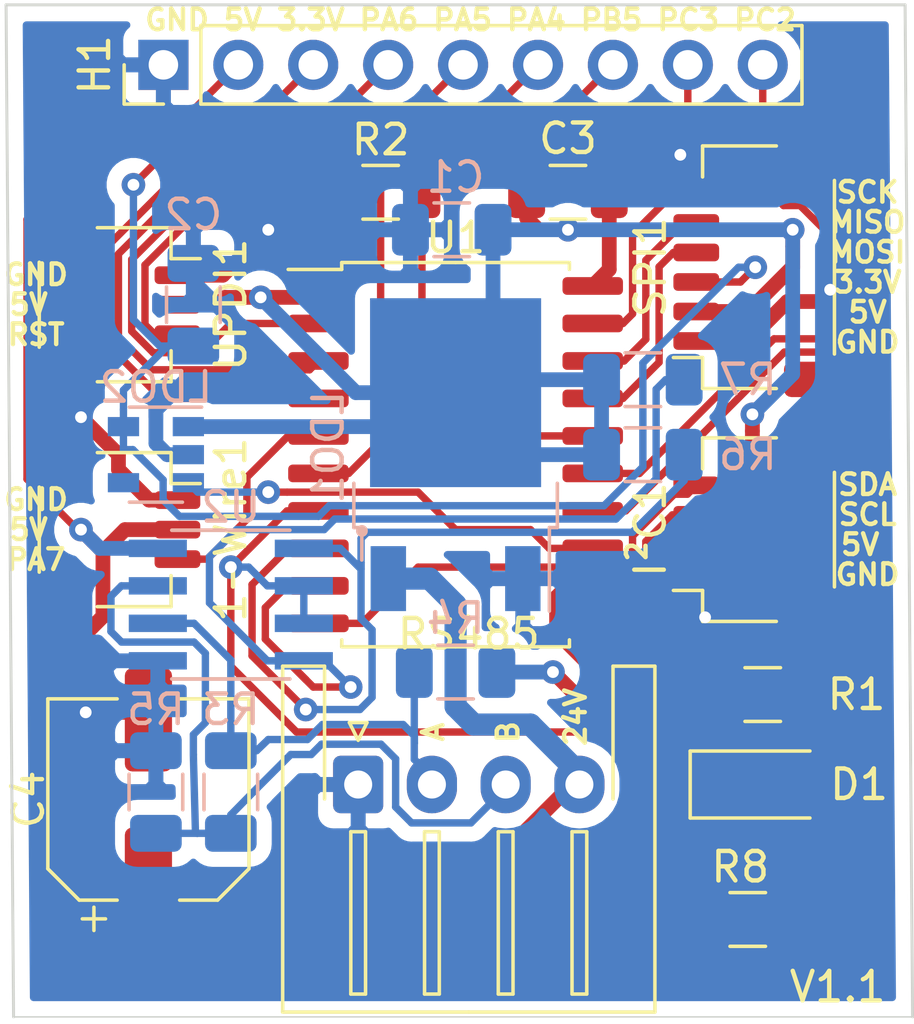
<source format=kicad_pcb>
(kicad_pcb (version 20171130) (host pcbnew "(5.1.5)-3")

  (general
    (thickness 1.6)
    (drawings 25)
    (tracks 381)
    (zones 0)
    (modules 23)
    (nets 28)
  )

  (page A4)
  (layers
    (0 F.Cu signal)
    (31 B.Cu signal)
    (32 B.Adhes user hide)
    (33 F.Adhes user hide)
    (34 B.Paste user)
    (35 F.Paste user hide)
    (36 B.SilkS user)
    (37 F.SilkS user)
    (38 B.Mask user hide)
    (39 F.Mask user hide)
    (40 Dwgs.User user hide)
    (41 Cmts.User user hide)
    (42 Eco1.User user hide)
    (43 Eco2.User user hide)
    (44 Edge.Cuts user)
    (45 Margin user hide)
    (46 B.CrtYd user hide)
    (47 F.CrtYd user hide)
    (48 B.Fab user hide)
    (49 F.Fab user hide)
  )

  (setup
    (last_trace_width 0.25)
    (trace_clearance 0.2)
    (zone_clearance 0.508)
    (zone_45_only no)
    (trace_min 0.2)
    (via_size 0.8)
    (via_drill 0.4)
    (via_min_size 0.5)
    (via_min_drill 0.3)
    (uvia_size 0.3)
    (uvia_drill 0.1)
    (uvias_allowed no)
    (uvia_min_size 0.2)
    (uvia_min_drill 0.1)
    (edge_width 0.05)
    (segment_width 0.2)
    (pcb_text_width 0.3)
    (pcb_text_size 1.5 1.5)
    (mod_edge_width 0.12)
    (mod_text_size 1 1)
    (mod_text_width 0.15)
    (pad_size 1.524 1.524)
    (pad_drill 0.762)
    (pad_to_mask_clearance 0.051)
    (solder_mask_min_width 0.25)
    (aux_axis_origin 0 0)
    (visible_elements 7FFFFFFF)
    (pcbplotparams
      (layerselection 0x010fc_ffffffff)
      (usegerberextensions true)
      (usegerberattributes false)
      (usegerberadvancedattributes false)
      (creategerberjobfile false)
      (excludeedgelayer false)
      (linewidth 0.100000)
      (plotframeref false)
      (viasonmask false)
      (mode 1)
      (useauxorigin false)
      (hpglpennumber 1)
      (hpglpenspeed 20)
      (hpglpendiameter 15.000000)
      (psnegative false)
      (psa4output false)
      (plotreference true)
      (plotvalue true)
      (plotinvisibletext false)
      (padsonsilk false)
      (subtractmaskfromsilk true)
      (outputformat 1)
      (mirror false)
      (drillshape 0)
      (scaleselection 1)
      (outputdirectory "PCB_RS485_output_V4/"))
  )

  (net 0 "")
  (net 1 "Net-(D1-Pad2)")
  (net 2 /GND)
  (net 3 /5V)
  (net 4 /3.3V)
  (net 5 /24V)
  (net 6 "Net-(LDO2-Pad4)")
  (net 7 "Net-(LDO2-Pad3)")
  (net 8 /TX)
  (net 9 /RX)
  (net 10 /PA7)
  (net 11 /SDA)
  (net 12 /SCL)
  (net 13 /SCK)
  (net 14 /MISO)
  (net 15 /MOSI)
  (net 16 /RST)
  (net 17 /PC3)
  (net 18 /PC2)
  (net 19 /PB5)
  (net 20 /PB4)
  (net 21 /PA6)
  (net 22 /PA5)
  (net 23 /PA4)
  (net 24 "Net-(R1-Pad1)")
  (net 25 "Net-(R2-Pad2)")
  (net 26 /B)
  (net 27 /A)

  (net_class Default "Dit is de standaard class."
    (clearance 0.2)
    (trace_width 0.25)
    (via_dia 0.8)
    (via_drill 0.4)
    (uvia_dia 0.3)
    (uvia_drill 0.1)
    (add_net /3.3V)
    (add_net /A)
    (add_net /B)
    (add_net /MISO)
    (add_net /MOSI)
    (add_net /PA4)
    (add_net /PA5)
    (add_net /PA6)
    (add_net /PA7)
    (add_net /PB4)
    (add_net /PB5)
    (add_net /PC2)
    (add_net /PC3)
    (add_net /RST)
    (add_net /RX)
    (add_net /SCK)
    (add_net /SCL)
    (add_net /SDA)
    (add_net /TX)
    (add_net "Net-(D1-Pad2)")
    (add_net "Net-(LDO2-Pad3)")
    (add_net "Net-(LDO2-Pad4)")
    (add_net "Net-(R1-Pad1)")
    (add_net "Net-(R2-Pad2)")
  )

  (net_class Second ""
    (clearance 0.2)
    (trace_width 0.5)
    (via_dia 0.8)
    (via_drill 0.4)
    (uvia_dia 0.3)
    (uvia_drill 0.1)
    (add_net /24V)
    (add_net /5V)
    (add_net /GND)
  )

  (module Connector_JST:JST_XH_S4B-XH-A-1_1x04_P2.50mm_Horizontal (layer F.Cu) (tedit 5C281476) (tstamp 5E804B4B)
    (at 194.818 110.236)
    (descr "JST XH series connector, S4B-XH-A-1 (http://www.jst-mfg.com/product/pdf/eng/eXH.pdf), generated with kicad-footprint-generator")
    (tags "connector JST XH horizontal")
    (path /5E82DEC1)
    (fp_text reference RS485 (at 3.75 -5.1) (layer F.SilkS)
      (effects (font (size 1 1) (thickness 0.15)))
    )
    (fp_text value Conn_01x04 (at 3.75 8.8) (layer F.Fab)
      (effects (font (size 1 1) (thickness 0.15)))
    )
    (fp_text user %R (at 3.75 1.85) (layer F.Fab)
      (effects (font (size 1 1) (thickness 0.15)))
    )
    (fp_line (start 0 -0.4) (end 0.625 0.6) (layer F.Fab) (width 0.1))
    (fp_line (start -0.625 0.6) (end 0 -0.4) (layer F.Fab) (width 0.1))
    (fp_line (start 0.3 -2.1) (end 0 -1.5) (layer F.SilkS) (width 0.12))
    (fp_line (start -0.3 -2.1) (end 0.3 -2.1) (layer F.SilkS) (width 0.12))
    (fp_line (start 0 -1.5) (end -0.3 -2.1) (layer F.SilkS) (width 0.12))
    (fp_line (start 7.75 1.6) (end 7.25 1.6) (layer F.SilkS) (width 0.12))
    (fp_line (start 7.75 7.1) (end 7.75 1.6) (layer F.SilkS) (width 0.12))
    (fp_line (start 7.25 7.1) (end 7.75 7.1) (layer F.SilkS) (width 0.12))
    (fp_line (start 7.25 1.6) (end 7.25 7.1) (layer F.SilkS) (width 0.12))
    (fp_line (start 5.25 1.6) (end 4.75 1.6) (layer F.SilkS) (width 0.12))
    (fp_line (start 5.25 7.1) (end 5.25 1.6) (layer F.SilkS) (width 0.12))
    (fp_line (start 4.75 7.1) (end 5.25 7.1) (layer F.SilkS) (width 0.12))
    (fp_line (start 4.75 1.6) (end 4.75 7.1) (layer F.SilkS) (width 0.12))
    (fp_line (start 2.75 1.6) (end 2.25 1.6) (layer F.SilkS) (width 0.12))
    (fp_line (start 2.75 7.1) (end 2.75 1.6) (layer F.SilkS) (width 0.12))
    (fp_line (start 2.25 7.1) (end 2.75 7.1) (layer F.SilkS) (width 0.12))
    (fp_line (start 2.25 1.6) (end 2.25 7.1) (layer F.SilkS) (width 0.12))
    (fp_line (start 0.25 1.6) (end -0.25 1.6) (layer F.SilkS) (width 0.12))
    (fp_line (start 0.25 7.1) (end 0.25 1.6) (layer F.SilkS) (width 0.12))
    (fp_line (start -0.25 7.1) (end 0.25 7.1) (layer F.SilkS) (width 0.12))
    (fp_line (start -0.25 1.6) (end -0.25 7.1) (layer F.SilkS) (width 0.12))
    (fp_line (start 8.75 0.6) (end 3.75 0.6) (layer F.Fab) (width 0.1))
    (fp_line (start 8.75 -3.9) (end 8.75 0.6) (layer F.Fab) (width 0.1))
    (fp_line (start 9.95 -3.9) (end 8.75 -3.9) (layer F.Fab) (width 0.1))
    (fp_line (start 9.95 7.6) (end 9.95 -3.9) (layer F.Fab) (width 0.1))
    (fp_line (start 3.75 7.6) (end 9.95 7.6) (layer F.Fab) (width 0.1))
    (fp_line (start -1.25 0.6) (end 3.75 0.6) (layer F.Fab) (width 0.1))
    (fp_line (start -1.25 -3.9) (end -1.25 0.6) (layer F.Fab) (width 0.1))
    (fp_line (start -2.45 -3.9) (end -1.25 -3.9) (layer F.Fab) (width 0.1))
    (fp_line (start -2.45 7.6) (end -2.45 -3.9) (layer F.Fab) (width 0.1))
    (fp_line (start 3.75 7.6) (end -2.45 7.6) (layer F.Fab) (width 0.1))
    (fp_line (start 8.64 -4.01) (end 8.64 0.49) (layer F.SilkS) (width 0.12))
    (fp_line (start 10.06 -4.01) (end 8.64 -4.01) (layer F.SilkS) (width 0.12))
    (fp_line (start 10.06 7.71) (end 10.06 -4.01) (layer F.SilkS) (width 0.12))
    (fp_line (start 3.75 7.71) (end 10.06 7.71) (layer F.SilkS) (width 0.12))
    (fp_line (start -1.14 -4.01) (end -1.14 0.49) (layer F.SilkS) (width 0.12))
    (fp_line (start -2.56 -4.01) (end -1.14 -4.01) (layer F.SilkS) (width 0.12))
    (fp_line (start -2.56 7.71) (end -2.56 -4.01) (layer F.SilkS) (width 0.12))
    (fp_line (start 3.75 7.71) (end -2.56 7.71) (layer F.SilkS) (width 0.12))
    (fp_line (start 10.45 -4.4) (end -2.95 -4.4) (layer F.CrtYd) (width 0.05))
    (fp_line (start 10.45 8.1) (end 10.45 -4.4) (layer F.CrtYd) (width 0.05))
    (fp_line (start -2.95 8.1) (end 10.45 8.1) (layer F.CrtYd) (width 0.05))
    (fp_line (start -2.95 -4.4) (end -2.95 8.1) (layer F.CrtYd) (width 0.05))
    (pad 4 thru_hole oval (at 7.5 0) (size 1.7 1.95) (drill 0.95) (layers *.Cu *.Mask)
      (net 5 /24V))
    (pad 3 thru_hole oval (at 5 0) (size 1.7 1.95) (drill 0.95) (layers *.Cu *.Mask)
      (net 26 /B))
    (pad 2 thru_hole oval (at 2.5 0) (size 1.7 1.95) (drill 0.95) (layers *.Cu *.Mask)
      (net 27 /A))
    (pad 1 thru_hole roundrect (at 0 0) (size 1.7 1.95) (drill 0.95) (layers *.Cu *.Mask) (roundrect_rratio 0.147059)
      (net 2 /GND))
    (model ${KISYS3DMOD}/Connector_JST.3dshapes/JST_XH_S4B-XH-A-1_1x04_P2.50mm_Horizontal.wrl
      (at (xyz 0 0 0))
      (scale (xyz 1 1 1))
      (rotate (xyz 0 0 0))
    )
  )

  (module Capacitor_SMD:CP_Elec_6.3x7.7 (layer F.Cu) (tedit 5BCA39D0) (tstamp 5E8132A2)
    (at 187.706 110.744 90)
    (descr "SMD capacitor, aluminum electrolytic, Nichicon, 6.3x7.7mm")
    (tags "capacitor electrolytic")
    (path /5E84A6AC)
    (attr smd)
    (fp_text reference C4 (at 0 -4.064 90) (layer F.SilkS)
      (effects (font (size 1 1) (thickness 0.15)))
    )
    (fp_text value 100u (at 0 4.35 90) (layer F.Fab)
      (effects (font (size 1 1) (thickness 0.15)))
    )
    (fp_circle (center 0 0) (end 3.15 0) (layer F.Fab) (width 0.1))
    (fp_line (start 3.3 -3.3) (end 3.3 3.3) (layer F.Fab) (width 0.1))
    (fp_line (start -2.3 -3.3) (end 3.3 -3.3) (layer F.Fab) (width 0.1))
    (fp_line (start -2.3 3.3) (end 3.3 3.3) (layer F.Fab) (width 0.1))
    (fp_line (start -3.3 -2.3) (end -3.3 2.3) (layer F.Fab) (width 0.1))
    (fp_line (start -3.3 -2.3) (end -2.3 -3.3) (layer F.Fab) (width 0.1))
    (fp_line (start -3.3 2.3) (end -2.3 3.3) (layer F.Fab) (width 0.1))
    (fp_line (start -2.704838 -1.33) (end -2.074838 -1.33) (layer F.Fab) (width 0.1))
    (fp_line (start -2.389838 -1.645) (end -2.389838 -1.015) (layer F.Fab) (width 0.1))
    (fp_line (start 3.41 3.41) (end 3.41 1.06) (layer F.SilkS) (width 0.12))
    (fp_line (start 3.41 -3.41) (end 3.41 -1.06) (layer F.SilkS) (width 0.12))
    (fp_line (start -2.345563 -3.41) (end 3.41 -3.41) (layer F.SilkS) (width 0.12))
    (fp_line (start -2.345563 3.41) (end 3.41 3.41) (layer F.SilkS) (width 0.12))
    (fp_line (start -3.41 2.345563) (end -3.41 1.06) (layer F.SilkS) (width 0.12))
    (fp_line (start -3.41 -2.345563) (end -3.41 -1.06) (layer F.SilkS) (width 0.12))
    (fp_line (start -3.41 -2.345563) (end -2.345563 -3.41) (layer F.SilkS) (width 0.12))
    (fp_line (start -3.41 2.345563) (end -2.345563 3.41) (layer F.SilkS) (width 0.12))
    (fp_line (start -4.4375 -1.8475) (end -3.65 -1.8475) (layer F.SilkS) (width 0.12))
    (fp_line (start -4.04375 -2.24125) (end -4.04375 -1.45375) (layer F.SilkS) (width 0.12))
    (fp_line (start 3.55 -3.55) (end 3.55 -1.05) (layer F.CrtYd) (width 0.05))
    (fp_line (start 3.55 -1.05) (end 4.7 -1.05) (layer F.CrtYd) (width 0.05))
    (fp_line (start 4.7 -1.05) (end 4.7 1.05) (layer F.CrtYd) (width 0.05))
    (fp_line (start 4.7 1.05) (end 3.55 1.05) (layer F.CrtYd) (width 0.05))
    (fp_line (start 3.55 1.05) (end 3.55 3.55) (layer F.CrtYd) (width 0.05))
    (fp_line (start -2.4 3.55) (end 3.55 3.55) (layer F.CrtYd) (width 0.05))
    (fp_line (start -2.4 -3.55) (end 3.55 -3.55) (layer F.CrtYd) (width 0.05))
    (fp_line (start -3.55 2.4) (end -2.4 3.55) (layer F.CrtYd) (width 0.05))
    (fp_line (start -3.55 -2.4) (end -2.4 -3.55) (layer F.CrtYd) (width 0.05))
    (fp_line (start -3.55 -2.4) (end -3.55 -1.05) (layer F.CrtYd) (width 0.05))
    (fp_line (start -3.55 1.05) (end -3.55 2.4) (layer F.CrtYd) (width 0.05))
    (fp_line (start -3.55 -1.05) (end -4.7 -1.05) (layer F.CrtYd) (width 0.05))
    (fp_line (start -4.7 -1.05) (end -4.7 1.05) (layer F.CrtYd) (width 0.05))
    (fp_line (start -4.7 1.05) (end -3.55 1.05) (layer F.CrtYd) (width 0.05))
    (fp_text user %R (at 0 0 90) (layer F.Fab)
      (effects (font (size 1 1) (thickness 0.15)))
    )
    (pad 1 smd roundrect (at -2.7 0 90) (size 3.5 1.6) (layers F.Cu F.Paste F.Mask) (roundrect_rratio 0.15625)
      (net 5 /24V))
    (pad 2 smd roundrect (at 2.7 0 90) (size 3.5 1.6) (layers F.Cu F.Paste F.Mask) (roundrect_rratio 0.15625)
      (net 2 /GND))
    (model ${KISYS3DMOD}/Capacitor_SMD.3dshapes/CP_Elec_6.3x7.7.wrl
      (at (xyz 0 0 0))
      (scale (xyz 1 1 1))
      (rotate (xyz 0 0 0))
    )
  )

  (module MAX1487CSA_T:SOIC127P600X175-8N (layer B.Cu) (tedit 5F872BDF) (tstamp 5F878677)
    (at 190.5 104.14 180)
    (path /5F875A11)
    (fp_text reference U2 (at 0 3.302) (layer B.SilkS)
      (effects (font (size 1 1) (thickness 0.15)) (justify mirror))
    )
    (fp_text value MAX1487CSA+T (at 7.46 -3.332) (layer B.Fab)
      (effects (font (size 1 1) (thickness 0.015)) (justify mirror))
    )
    (fp_line (start 3.71 2.75) (end 3.71 -2.75) (layer B.CrtYd) (width 0.05))
    (fp_line (start -3.71 2.75) (end -3.71 -2.75) (layer B.CrtYd) (width 0.05))
    (fp_line (start -3.71 -2.75) (end 3.71 -2.75) (layer B.CrtYd) (width 0.05))
    (fp_line (start -3.71 2.75) (end 3.71 2.75) (layer B.CrtYd) (width 0.05))
    (fp_line (start 2 2.5) (end 2 -2.5) (layer B.Fab) (width 0.127))
    (fp_line (start -2 2.5) (end -2 -2.5) (layer B.Fab) (width 0.127))
    (fp_line (start -2 -2.52) (end 2 -2.52) (layer B.SilkS) (width 0.127))
    (fp_line (start -2 2.52) (end 2 2.52) (layer B.SilkS) (width 0.127))
    (fp_line (start -2 -2.5) (end 2 -2.5) (layer B.Fab) (width 0.127))
    (fp_line (start -2 2.5) (end 2 2.5) (layer B.Fab) (width 0.127))
    (fp_circle (center -4.445 2.495) (end -4.345 2.495) (layer B.Fab) (width 0.2))
    (fp_circle (center -4.445 2.495) (end -4.345 2.495) (layer B.SilkS) (width 0.2))
    (pad 8 smd rect (at 2.475 1.905 180) (size 1.97 0.59) (layers B.Cu B.Paste B.Mask)
      (net 3 /5V))
    (pad 7 smd rect (at 2.475 0.635 180) (size 1.97 0.59) (layers B.Cu B.Paste B.Mask)
      (net 26 /B))
    (pad 6 smd rect (at 2.475 -0.635 180) (size 1.97 0.59) (layers B.Cu B.Paste B.Mask)
      (net 27 /A))
    (pad 5 smd rect (at 2.475 -1.905 180) (size 1.97 0.59) (layers B.Cu B.Paste B.Mask)
      (net 2 /GND))
    (pad 4 smd rect (at -2.475 -1.905 180) (size 1.97 0.59) (layers B.Cu B.Paste B.Mask)
      (net 8 /TX))
    (pad 3 smd rect (at -2.475 -0.635 180) (size 1.97 0.59) (layers B.Cu B.Paste B.Mask)
      (net 20 /PB4))
    (pad 2 smd rect (at -2.475 0.635 180) (size 1.97 0.59) (layers B.Cu B.Paste B.Mask)
      (net 20 /PB4))
    (pad 1 smd rect (at -2.475 1.905 180) (size 1.97 0.59) (layers B.Cu B.Paste B.Mask)
      (net 9 /RX))
    (model ${KICAD_USER_TEMPLATE_DIR}/Max1487.3dshapes/MAX1487CSA.STEP
      (at (xyz 0 0 0))
      (scale (xyz 1 1 1))
      (rotate (xyz 90 180 -90))
    )
  )

  (module Connector_PinHeader_2.54mm:PinHeader_1x09_P2.54mm_Vertical (layer F.Cu) (tedit 59FED5CC) (tstamp 5E9DB617)
    (at 188.214 85.852 90)
    (descr "Through hole straight pin header, 1x09, 2.54mm pitch, single row")
    (tags "Through hole pin header THT 1x09 2.54mm single row")
    (path /5E8C07F9)
    (fp_text reference H1 (at 0 -2.33 90) (layer F.SilkS)
      (effects (font (size 1 1) (thickness 0.15)))
    )
    (fp_text value Conn_01x9 (at 0 22.65 90) (layer F.Fab)
      (effects (font (size 1 1) (thickness 0.15)))
    )
    (fp_text user %R (at 0 10.16) (layer F.Fab)
      (effects (font (size 1 1) (thickness 0.15)))
    )
    (fp_line (start 1.8 -1.8) (end -1.8 -1.8) (layer F.CrtYd) (width 0.05))
    (fp_line (start 1.8 22.1) (end 1.8 -1.8) (layer F.CrtYd) (width 0.05))
    (fp_line (start -1.8 22.1) (end 1.8 22.1) (layer F.CrtYd) (width 0.05))
    (fp_line (start -1.8 -1.8) (end -1.8 22.1) (layer F.CrtYd) (width 0.05))
    (fp_line (start -1.33 -1.33) (end 0 -1.33) (layer F.SilkS) (width 0.12))
    (fp_line (start -1.33 0) (end -1.33 -1.33) (layer F.SilkS) (width 0.12))
    (fp_line (start -1.33 1.27) (end 1.33 1.27) (layer F.SilkS) (width 0.12))
    (fp_line (start 1.33 1.27) (end 1.33 21.65) (layer F.SilkS) (width 0.12))
    (fp_line (start -1.33 1.27) (end -1.33 21.65) (layer F.SilkS) (width 0.12))
    (fp_line (start -1.33 21.65) (end 1.33 21.65) (layer F.SilkS) (width 0.12))
    (fp_line (start -1.27 -0.635) (end -0.635 -1.27) (layer F.Fab) (width 0.1))
    (fp_line (start -1.27 21.59) (end -1.27 -0.635) (layer F.Fab) (width 0.1))
    (fp_line (start 1.27 21.59) (end -1.27 21.59) (layer F.Fab) (width 0.1))
    (fp_line (start 1.27 -1.27) (end 1.27 21.59) (layer F.Fab) (width 0.1))
    (fp_line (start -0.635 -1.27) (end 1.27 -1.27) (layer F.Fab) (width 0.1))
    (pad 9 thru_hole oval (at 0 20.32 90) (size 1.7 1.7) (drill 1) (layers *.Cu *.Mask)
      (net 18 /PC2))
    (pad 8 thru_hole oval (at 0 17.78 90) (size 1.7 1.7) (drill 1) (layers *.Cu *.Mask)
      (net 17 /PC3))
    (pad 7 thru_hole oval (at 0 15.24 90) (size 1.7 1.7) (drill 1) (layers *.Cu *.Mask)
      (net 19 /PB5))
    (pad 6 thru_hole oval (at 0 12.7 90) (size 1.7 1.7) (drill 1) (layers *.Cu *.Mask)
      (net 23 /PA4))
    (pad 5 thru_hole oval (at 0 10.16 90) (size 1.7 1.7) (drill 1) (layers *.Cu *.Mask)
      (net 22 /PA5))
    (pad 4 thru_hole oval (at 0 7.62 90) (size 1.7 1.7) (drill 1) (layers *.Cu *.Mask)
      (net 21 /PA6))
    (pad 3 thru_hole oval (at 0 5.08 90) (size 1.7 1.7) (drill 1) (layers *.Cu *.Mask)
      (net 4 /3.3V))
    (pad 2 thru_hole oval (at 0 2.54 90) (size 1.7 1.7) (drill 1) (layers *.Cu *.Mask)
      (net 3 /5V))
    (pad 1 thru_hole rect (at 0 0 90) (size 1.7 1.7) (drill 1) (layers *.Cu *.Mask)
      (net 2 /GND))
    (model ${KISYS3DMOD}/Connector_PinHeader_2.54mm.3dshapes/PinHeader_1x09_P2.54mm_Vertical.wrl
      (at (xyz 0 0 0))
      (scale (xyz 1 1 1))
      (rotate (xyz 0 0 0))
    )
  )

  (module Package_TO_SOT_SMD:TO-252-2 (layer B.Cu) (tedit 5A70A390) (tstamp 5E80FA86)
    (at 198.12 99.06 90)
    (descr "TO-252 / DPAK SMD package, http://www.infineon.com/cms/en/product/packages/PG-TO252/PG-TO252-3-1/")
    (tags "DPAK TO-252 DPAK-3 TO-252-3 SOT-428")
    (path /5E81B308)
    (attr smd)
    (fp_text reference LDO1 (at 0.254 -4.318 90) (layer B.SilkS)
      (effects (font (size 1 1) (thickness 0.15)) (justify mirror))
    )
    (fp_text value LD1086DT50TR (at 0 -4.5 90) (layer B.Fab)
      (effects (font (size 1 1) (thickness 0.15)) (justify mirror))
    )
    (fp_line (start 3.95 2.7) (end 4.95 2.7) (layer B.Fab) (width 0.1))
    (fp_line (start 4.95 2.7) (end 4.95 -2.7) (layer B.Fab) (width 0.1))
    (fp_line (start 4.95 -2.7) (end 3.95 -2.7) (layer B.Fab) (width 0.1))
    (fp_line (start 3.95 3.25) (end 3.95 -3.25) (layer B.Fab) (width 0.1))
    (fp_line (start 3.95 -3.25) (end -2.27 -3.25) (layer B.Fab) (width 0.1))
    (fp_line (start -2.27 -3.25) (end -2.27 2.25) (layer B.Fab) (width 0.1))
    (fp_line (start -2.27 2.25) (end -1.27 3.25) (layer B.Fab) (width 0.1))
    (fp_line (start -1.27 3.25) (end 3.95 3.25) (layer B.Fab) (width 0.1))
    (fp_line (start -1.865 2.655) (end -4.97 2.655) (layer B.Fab) (width 0.1))
    (fp_line (start -4.97 2.655) (end -4.97 1.905) (layer B.Fab) (width 0.1))
    (fp_line (start -4.97 1.905) (end -2.27 1.905) (layer B.Fab) (width 0.1))
    (fp_line (start -2.27 -1.905) (end -4.97 -1.905) (layer B.Fab) (width 0.1))
    (fp_line (start -4.97 -1.905) (end -4.97 -2.655) (layer B.Fab) (width 0.1))
    (fp_line (start -4.97 -2.655) (end -2.27 -2.655) (layer B.Fab) (width 0.1))
    (fp_line (start -0.97 3.45) (end -2.47 3.45) (layer B.SilkS) (width 0.12))
    (fp_line (start -2.47 3.45) (end -2.47 3.18) (layer B.SilkS) (width 0.12))
    (fp_line (start -2.47 3.18) (end -5.3 3.18) (layer B.SilkS) (width 0.12))
    (fp_line (start -0.97 -3.45) (end -2.47 -3.45) (layer B.SilkS) (width 0.12))
    (fp_line (start -2.47 -3.45) (end -2.47 -3.18) (layer B.SilkS) (width 0.12))
    (fp_line (start -2.47 -3.18) (end -3.57 -3.18) (layer B.SilkS) (width 0.12))
    (fp_line (start -5.55 3.5) (end -5.55 -3.5) (layer B.CrtYd) (width 0.05))
    (fp_line (start -5.55 -3.5) (end 5.55 -3.5) (layer B.CrtYd) (width 0.05))
    (fp_line (start 5.55 -3.5) (end 5.55 3.5) (layer B.CrtYd) (width 0.05))
    (fp_line (start 5.55 3.5) (end -5.55 3.5) (layer B.CrtYd) (width 0.05))
    (fp_text user %R (at 0 0 90) (layer B.Fab)
      (effects (font (size 1 1) (thickness 0.15)) (justify mirror))
    )
    (pad 1 smd rect (at -4.2 2.28 90) (size 2.2 1.2) (layers B.Cu B.Paste B.Mask)
      (net 2 /GND))
    (pad 3 smd rect (at -4.2 -2.28 90) (size 2.2 1.2) (layers B.Cu B.Paste B.Mask)
      (net 5 /24V))
    (pad 2 smd rect (at 2.1 0 90) (size 6.4 5.8) (layers B.Cu B.Mask)
      (net 3 /5V))
    (pad "" smd rect (at 3.775 -1.525 90) (size 3.05 2.75) (layers B.Paste))
    (pad "" smd rect (at 0.425 1.525 90) (size 3.05 2.75) (layers B.Paste))
    (pad "" smd rect (at 3.775 1.525 90) (size 3.05 2.75) (layers B.Paste))
    (pad "" smd rect (at 0.425 -1.525 90) (size 3.05 2.75) (layers B.Paste))
    (model ${KISYS3DMOD}/Package_TO_SOT_SMD.3dshapes/TO-252-2.wrl
      (at (xyz 0 0 0))
      (scale (xyz 1 1 1))
      (rotate (xyz 0 0 0))
    )
  )

  (module Resistor_SMD:R_1206_3216Metric (layer B.Cu) (tedit 5B301BBD) (tstamp 5F88A8A7)
    (at 198.12 106.426 180)
    (descr "Resistor SMD 1206 (3216 Metric), square (rectangular) end terminal, IPC_7351 nominal, (Body size source: http://www.tortai-tech.com/upload/download/2011102023233369053.pdf), generated with kicad-footprint-generator")
    (tags resistor)
    (path /5F875FB9)
    (attr smd)
    (fp_text reference R4 (at 0 1.82) (layer B.SilkS)
      (effects (font (size 1 1) (thickness 0.15)) (justify mirror))
    )
    (fp_text value 10k (at 0 -1.82) (layer B.Fab)
      (effects (font (size 1 1) (thickness 0.15)) (justify mirror))
    )
    (fp_text user %R (at 0 0) (layer B.Fab)
      (effects (font (size 0.8 0.8) (thickness 0.12)) (justify mirror))
    )
    (fp_line (start 2.28 -1.12) (end -2.28 -1.12) (layer B.CrtYd) (width 0.05))
    (fp_line (start 2.28 1.12) (end 2.28 -1.12) (layer B.CrtYd) (width 0.05))
    (fp_line (start -2.28 1.12) (end 2.28 1.12) (layer B.CrtYd) (width 0.05))
    (fp_line (start -2.28 -1.12) (end -2.28 1.12) (layer B.CrtYd) (width 0.05))
    (fp_line (start -0.602064 -0.91) (end 0.602064 -0.91) (layer B.SilkS) (width 0.12))
    (fp_line (start -0.602064 0.91) (end 0.602064 0.91) (layer B.SilkS) (width 0.12))
    (fp_line (start 1.6 -0.8) (end -1.6 -0.8) (layer B.Fab) (width 0.1))
    (fp_line (start 1.6 0.8) (end 1.6 -0.8) (layer B.Fab) (width 0.1))
    (fp_line (start -1.6 0.8) (end 1.6 0.8) (layer B.Fab) (width 0.1))
    (fp_line (start -1.6 -0.8) (end -1.6 0.8) (layer B.Fab) (width 0.1))
    (pad 2 smd roundrect (at 1.4 0 180) (size 1.25 1.75) (layers B.Cu B.Paste B.Mask) (roundrect_rratio 0.2)
      (net 27 /A))
    (pad 1 smd roundrect (at -1.4 0 180) (size 1.25 1.75) (layers B.Cu B.Paste B.Mask) (roundrect_rratio 0.2)
      (net 3 /5V))
    (model ${KISYS3DMOD}/Resistor_SMD.3dshapes/R_1206_3216Metric.wrl
      (at (xyz 0 0 0))
      (scale (xyz 1 1 1))
      (rotate (xyz 0 0 0))
    )
  )

  (module Package_SO:SOIC-20W_7.5x12.8mm_P1.27mm (layer F.Cu) (tedit 5D9F72B1) (tstamp 5E790D7A)
    (at 198.12 99.06)
    (descr "SOIC, 20 Pin (JEDEC MS-013AC, https://www.analog.com/media/en/package-pcb-resources/package/233848rw_20.pdf), generated with kicad-footprint-generator ipc_gullwing_generator.py")
    (tags "SOIC SO")
    (path /5E796469)
    (attr smd)
    (fp_text reference U1 (at 0 -7.35) (layer F.SilkS)
      (effects (font (size 1 1) (thickness 0.15)))
    )
    (fp_text value ATtiny3216-S (at 0 7.35) (layer F.Fab)
      (effects (font (size 1 1) (thickness 0.15)))
    )
    (fp_text user %R (at 0 0) (layer F.Fab)
      (effects (font (size 1 1) (thickness 0.15)))
    )
    (fp_line (start 5.93 -6.65) (end -5.93 -6.65) (layer F.CrtYd) (width 0.05))
    (fp_line (start 5.93 6.65) (end 5.93 -6.65) (layer F.CrtYd) (width 0.05))
    (fp_line (start -5.93 6.65) (end 5.93 6.65) (layer F.CrtYd) (width 0.05))
    (fp_line (start -5.93 -6.65) (end -5.93 6.65) (layer F.CrtYd) (width 0.05))
    (fp_line (start -3.75 -5.4) (end -2.75 -6.4) (layer F.Fab) (width 0.1))
    (fp_line (start -3.75 6.4) (end -3.75 -5.4) (layer F.Fab) (width 0.1))
    (fp_line (start 3.75 6.4) (end -3.75 6.4) (layer F.Fab) (width 0.1))
    (fp_line (start 3.75 -6.4) (end 3.75 6.4) (layer F.Fab) (width 0.1))
    (fp_line (start -2.75 -6.4) (end 3.75 -6.4) (layer F.Fab) (width 0.1))
    (fp_line (start -3.86 -6.275) (end -5.675 -6.275) (layer F.SilkS) (width 0.12))
    (fp_line (start -3.86 -6.51) (end -3.86 -6.275) (layer F.SilkS) (width 0.12))
    (fp_line (start 0 -6.51) (end -3.86 -6.51) (layer F.SilkS) (width 0.12))
    (fp_line (start 3.86 -6.51) (end 3.86 -6.275) (layer F.SilkS) (width 0.12))
    (fp_line (start 0 -6.51) (end 3.86 -6.51) (layer F.SilkS) (width 0.12))
    (fp_line (start -3.86 6.51) (end -3.86 6.275) (layer F.SilkS) (width 0.12))
    (fp_line (start 0 6.51) (end -3.86 6.51) (layer F.SilkS) (width 0.12))
    (fp_line (start 3.86 6.51) (end 3.86 6.275) (layer F.SilkS) (width 0.12))
    (fp_line (start 0 6.51) (end 3.86 6.51) (layer F.SilkS) (width 0.12))
    (pad 20 smd roundrect (at 4.65 -5.715) (size 2.05 0.6) (layers F.Cu F.Paste F.Mask) (roundrect_rratio 0.25)
      (net 2 /GND))
    (pad 19 smd roundrect (at 4.65 -4.445) (size 2.05 0.6) (layers F.Cu F.Paste F.Mask) (roundrect_rratio 0.25)
      (net 13 /SCK))
    (pad 18 smd roundrect (at 4.65 -3.175) (size 2.05 0.6) (layers F.Cu F.Paste F.Mask) (roundrect_rratio 0.25)
      (net 14 /MISO))
    (pad 17 smd roundrect (at 4.65 -1.905) (size 2.05 0.6) (layers F.Cu F.Paste F.Mask) (roundrect_rratio 0.25)
      (net 15 /MOSI))
    (pad 16 smd roundrect (at 4.65 -0.635) (size 2.05 0.6) (layers F.Cu F.Paste F.Mask) (roundrect_rratio 0.25)
      (net 16 /RST))
    (pad 15 smd roundrect (at 4.65 0.635) (size 2.05 0.6) (layers F.Cu F.Paste F.Mask) (roundrect_rratio 0.25)
      (net 17 /PC3))
    (pad 14 smd roundrect (at 4.65 1.905) (size 2.05 0.6) (layers F.Cu F.Paste F.Mask) (roundrect_rratio 0.25)
      (net 18 /PC2))
    (pad 13 smd roundrect (at 4.65 3.175) (size 2.05 0.6) (layers F.Cu F.Paste F.Mask) (roundrect_rratio 0.25)
      (net 7 "Net-(LDO2-Pad3)"))
    (pad 12 smd roundrect (at 4.65 4.445) (size 2.05 0.6) (layers F.Cu F.Paste F.Mask) (roundrect_rratio 0.25)
      (net 24 "Net-(R1-Pad1)"))
    (pad 11 smd roundrect (at 4.65 5.715) (size 2.05 0.6) (layers F.Cu F.Paste F.Mask) (roundrect_rratio 0.25)
      (net 12 /SCL))
    (pad 10 smd roundrect (at -4.65 5.715) (size 2.05 0.6) (layers F.Cu F.Paste F.Mask) (roundrect_rratio 0.25)
      (net 11 /SDA))
    (pad 9 smd roundrect (at -4.65 4.445) (size 2.05 0.6) (layers F.Cu F.Paste F.Mask) (roundrect_rratio 0.25)
      (net 8 /TX))
    (pad 8 smd roundrect (at -4.65 3.175) (size 2.05 0.6) (layers F.Cu F.Paste F.Mask) (roundrect_rratio 0.25)
      (net 9 /RX))
    (pad 7 smd roundrect (at -4.65 1.905) (size 2.05 0.6) (layers F.Cu F.Paste F.Mask) (roundrect_rratio 0.25)
      (net 20 /PB4))
    (pad 6 smd roundrect (at -4.65 0.635) (size 2.05 0.6) (layers F.Cu F.Paste F.Mask) (roundrect_rratio 0.25)
      (net 19 /PB5))
    (pad 5 smd roundrect (at -4.65 -0.635) (size 2.05 0.6) (layers F.Cu F.Paste F.Mask) (roundrect_rratio 0.25)
      (net 10 /PA7))
    (pad 4 smd roundrect (at -4.65 -1.905) (size 2.05 0.6) (layers F.Cu F.Paste F.Mask) (roundrect_rratio 0.25)
      (net 21 /PA6))
    (pad 3 smd roundrect (at -4.65 -3.175) (size 2.05 0.6) (layers F.Cu F.Paste F.Mask) (roundrect_rratio 0.25)
      (net 22 /PA5))
    (pad 2 smd roundrect (at -4.65 -4.445) (size 2.05 0.6) (layers F.Cu F.Paste F.Mask) (roundrect_rratio 0.25)
      (net 23 /PA4))
    (pad 1 smd roundrect (at -4.65 -5.715) (size 2.05 0.6) (layers F.Cu F.Paste F.Mask) (roundrect_rratio 0.25)
      (net 3 /5V))
    (model ${KISYS3DMOD}/Package_SO.3dshapes/SOIC-20W_7.5x12.8mm_P1.27mm.wrl
      (at (xyz 0 0 0))
      (scale (xyz 1 1 1))
      (rotate (xyz 0 0 0))
    )
  )

  (module Resistor_SMD:R_1206_3216Metric (layer F.Cu) (tedit 5B301BBD) (tstamp 5F8763F9)
    (at 208.026 114.808 180)
    (descr "Resistor SMD 1206 (3216 Metric), square (rectangular) end terminal, IPC_7351 nominal, (Body size source: http://www.tortai-tech.com/upload/download/2011102023233369053.pdf), generated with kicad-footprint-generator")
    (tags resistor)
    (path /5F8866FA)
    (attr smd)
    (fp_text reference R8 (at 0.254 1.778) (layer F.SilkS)
      (effects (font (size 1 1) (thickness 0.15)))
    )
    (fp_text value 10k (at 0 1.82) (layer F.Fab)
      (effects (font (size 1 1) (thickness 0.15)))
    )
    (fp_text user %R (at 0 0) (layer F.Fab)
      (effects (font (size 0.8 0.8) (thickness 0.12)))
    )
    (fp_line (start 2.28 1.12) (end -2.28 1.12) (layer F.CrtYd) (width 0.05))
    (fp_line (start 2.28 -1.12) (end 2.28 1.12) (layer F.CrtYd) (width 0.05))
    (fp_line (start -2.28 -1.12) (end 2.28 -1.12) (layer F.CrtYd) (width 0.05))
    (fp_line (start -2.28 1.12) (end -2.28 -1.12) (layer F.CrtYd) (width 0.05))
    (fp_line (start -0.602064 0.91) (end 0.602064 0.91) (layer F.SilkS) (width 0.12))
    (fp_line (start -0.602064 -0.91) (end 0.602064 -0.91) (layer F.SilkS) (width 0.12))
    (fp_line (start 1.6 0.8) (end -1.6 0.8) (layer F.Fab) (width 0.1))
    (fp_line (start 1.6 -0.8) (end 1.6 0.8) (layer F.Fab) (width 0.1))
    (fp_line (start -1.6 -0.8) (end 1.6 -0.8) (layer F.Fab) (width 0.1))
    (fp_line (start -1.6 0.8) (end -1.6 -0.8) (layer F.Fab) (width 0.1))
    (pad 2 smd roundrect (at 1.4 0 180) (size 1.25 1.75) (layers F.Cu F.Paste F.Mask) (roundrect_rratio 0.2)
      (net 20 /PB4))
    (pad 1 smd roundrect (at -1.4 0 180) (size 1.25 1.75) (layers F.Cu F.Paste F.Mask) (roundrect_rratio 0.2)
      (net 3 /5V))
    (model ${KISYS3DMOD}/Resistor_SMD.3dshapes/R_1206_3216Metric.wrl
      (at (xyz 0 0 0))
      (scale (xyz 1 1 1))
      (rotate (xyz 0 0 0))
    )
  )

  (module Resistor_SMD:R_1206_3216Metric (layer B.Cu) (tedit 5B301BBD) (tstamp 5F87B5E6)
    (at 204.47 96.52)
    (descr "Resistor SMD 1206 (3216 Metric), square (rectangular) end terminal, IPC_7351 nominal, (Body size source: http://www.tortai-tech.com/upload/download/2011102023233369053.pdf), generated with kicad-footprint-generator")
    (tags resistor)
    (path /5F8862DF)
    (attr smd)
    (fp_text reference R7 (at 3.556 0) (layer B.SilkS)
      (effects (font (size 1 1) (thickness 0.15)) (justify mirror))
    )
    (fp_text value 10k (at 0 -1.82) (layer B.Fab)
      (effects (font (size 1 1) (thickness 0.15)) (justify mirror))
    )
    (fp_text user %R (at 0 0) (layer B.Fab)
      (effects (font (size 0.8 0.8) (thickness 0.12)) (justify mirror))
    )
    (fp_line (start 2.28 -1.12) (end -2.28 -1.12) (layer B.CrtYd) (width 0.05))
    (fp_line (start 2.28 1.12) (end 2.28 -1.12) (layer B.CrtYd) (width 0.05))
    (fp_line (start -2.28 1.12) (end 2.28 1.12) (layer B.CrtYd) (width 0.05))
    (fp_line (start -2.28 -1.12) (end -2.28 1.12) (layer B.CrtYd) (width 0.05))
    (fp_line (start -0.602064 -0.91) (end 0.602064 -0.91) (layer B.SilkS) (width 0.12))
    (fp_line (start -0.602064 0.91) (end 0.602064 0.91) (layer B.SilkS) (width 0.12))
    (fp_line (start 1.6 -0.8) (end -1.6 -0.8) (layer B.Fab) (width 0.1))
    (fp_line (start 1.6 0.8) (end 1.6 -0.8) (layer B.Fab) (width 0.1))
    (fp_line (start -1.6 0.8) (end 1.6 0.8) (layer B.Fab) (width 0.1))
    (fp_line (start -1.6 -0.8) (end -1.6 0.8) (layer B.Fab) (width 0.1))
    (pad 2 smd roundrect (at 1.4 0) (size 1.25 1.75) (layers B.Cu B.Paste B.Mask) (roundrect_rratio 0.2)
      (net 8 /TX))
    (pad 1 smd roundrect (at -1.4 0) (size 1.25 1.75) (layers B.Cu B.Paste B.Mask) (roundrect_rratio 0.2)
      (net 3 /5V))
    (model ${KISYS3DMOD}/Resistor_SMD.3dshapes/R_1206_3216Metric.wrl
      (at (xyz 0 0 0))
      (scale (xyz 1 1 1))
      (rotate (xyz 0 0 0))
    )
  )

  (module Resistor_SMD:R_1206_3216Metric (layer B.Cu) (tedit 5B301BBD) (tstamp 5F878549)
    (at 204.47 99.06)
    (descr "Resistor SMD 1206 (3216 Metric), square (rectangular) end terminal, IPC_7351 nominal, (Body size source: http://www.tortai-tech.com/upload/download/2011102023233369053.pdf), generated with kicad-footprint-generator")
    (tags resistor)
    (path /5F874834)
    (attr smd)
    (fp_text reference R6 (at 3.556 0) (layer B.SilkS)
      (effects (font (size 1 1) (thickness 0.15)) (justify mirror))
    )
    (fp_text value 10k (at 0 -1.82) (layer B.Fab)
      (effects (font (size 1 1) (thickness 0.15)) (justify mirror))
    )
    (fp_text user %R (at 0 0) (layer B.Fab)
      (effects (font (size 0.8 0.8) (thickness 0.12)) (justify mirror))
    )
    (fp_line (start 2.28 -1.12) (end -2.28 -1.12) (layer B.CrtYd) (width 0.05))
    (fp_line (start 2.28 1.12) (end 2.28 -1.12) (layer B.CrtYd) (width 0.05))
    (fp_line (start -2.28 1.12) (end 2.28 1.12) (layer B.CrtYd) (width 0.05))
    (fp_line (start -2.28 -1.12) (end -2.28 1.12) (layer B.CrtYd) (width 0.05))
    (fp_line (start -0.602064 -0.91) (end 0.602064 -0.91) (layer B.SilkS) (width 0.12))
    (fp_line (start -0.602064 0.91) (end 0.602064 0.91) (layer B.SilkS) (width 0.12))
    (fp_line (start 1.6 -0.8) (end -1.6 -0.8) (layer B.Fab) (width 0.1))
    (fp_line (start 1.6 0.8) (end 1.6 -0.8) (layer B.Fab) (width 0.1))
    (fp_line (start -1.6 0.8) (end 1.6 0.8) (layer B.Fab) (width 0.1))
    (fp_line (start -1.6 -0.8) (end -1.6 0.8) (layer B.Fab) (width 0.1))
    (pad 2 smd roundrect (at 1.4 0) (size 1.25 1.75) (layers B.Cu B.Paste B.Mask) (roundrect_rratio 0.2)
      (net 9 /RX))
    (pad 1 smd roundrect (at -1.4 0) (size 1.25 1.75) (layers B.Cu B.Paste B.Mask) (roundrect_rratio 0.2)
      (net 3 /5V))
    (model ${KISYS3DMOD}/Resistor_SMD.3dshapes/R_1206_3216Metric.wrl
      (at (xyz 0 0 0))
      (scale (xyz 1 1 1))
      (rotate (xyz 0 0 0))
    )
  )

  (module Resistor_SMD:R_1206_3216Metric (layer B.Cu) (tedit 5B301BBD) (tstamp 5F88A877)
    (at 187.96 110.49 270)
    (descr "Resistor SMD 1206 (3216 Metric), square (rectangular) end terminal, IPC_7351 nominal, (Body size source: http://www.tortai-tech.com/upload/download/2011102023233369053.pdf), generated with kicad-footprint-generator")
    (tags resistor)
    (path /5F875E2D)
    (attr smd)
    (fp_text reference R5 (at -2.794 0 180) (layer B.SilkS)
      (effects (font (size 1 1) (thickness 0.15)) (justify mirror))
    )
    (fp_text value 10k (at 0 -1.82 90) (layer B.Fab)
      (effects (font (size 1 1) (thickness 0.15)) (justify mirror))
    )
    (fp_text user %R (at 0 0 90) (layer B.Fab)
      (effects (font (size 0.8 0.8) (thickness 0.12)) (justify mirror))
    )
    (fp_line (start 2.28 -1.12) (end -2.28 -1.12) (layer B.CrtYd) (width 0.05))
    (fp_line (start 2.28 1.12) (end 2.28 -1.12) (layer B.CrtYd) (width 0.05))
    (fp_line (start -2.28 1.12) (end 2.28 1.12) (layer B.CrtYd) (width 0.05))
    (fp_line (start -2.28 -1.12) (end -2.28 1.12) (layer B.CrtYd) (width 0.05))
    (fp_line (start -0.602064 -0.91) (end 0.602064 -0.91) (layer B.SilkS) (width 0.12))
    (fp_line (start -0.602064 0.91) (end 0.602064 0.91) (layer B.SilkS) (width 0.12))
    (fp_line (start 1.6 -0.8) (end -1.6 -0.8) (layer B.Fab) (width 0.1))
    (fp_line (start 1.6 0.8) (end 1.6 -0.8) (layer B.Fab) (width 0.1))
    (fp_line (start -1.6 0.8) (end 1.6 0.8) (layer B.Fab) (width 0.1))
    (fp_line (start -1.6 -0.8) (end -1.6 0.8) (layer B.Fab) (width 0.1))
    (pad 2 smd roundrect (at 1.4 0 270) (size 1.25 1.75) (layers B.Cu B.Paste B.Mask) (roundrect_rratio 0.2)
      (net 26 /B))
    (pad 1 smd roundrect (at -1.4 0 270) (size 1.25 1.75) (layers B.Cu B.Paste B.Mask) (roundrect_rratio 0.2)
      (net 2 /GND))
    (model ${KISYS3DMOD}/Resistor_SMD.3dshapes/R_1206_3216Metric.wrl
      (at (xyz 0 0 0))
      (scale (xyz 1 1 1))
      (rotate (xyz 0 0 0))
    )
  )

  (module Resistor_SMD:R_1206_3216Metric (layer B.Cu) (tedit 5B301BBD) (tstamp 5F88A847)
    (at 190.5 110.49 270)
    (descr "Resistor SMD 1206 (3216 Metric), square (rectangular) end terminal, IPC_7351 nominal, (Body size source: http://www.tortai-tech.com/upload/download/2011102023233369053.pdf), generated with kicad-footprint-generator")
    (tags resistor)
    (path /5F8762BB)
    (attr smd)
    (fp_text reference R3 (at -2.794 0 180) (layer B.SilkS)
      (effects (font (size 1 1) (thickness 0.15)) (justify mirror))
    )
    (fp_text value 120 (at 0 -1.82 90) (layer B.Fab)
      (effects (font (size 1 1) (thickness 0.15)) (justify mirror))
    )
    (fp_text user %R (at 0 0 90) (layer B.Fab)
      (effects (font (size 0.8 0.8) (thickness 0.12)) (justify mirror))
    )
    (fp_line (start 2.28 -1.12) (end -2.28 -1.12) (layer B.CrtYd) (width 0.05))
    (fp_line (start 2.28 1.12) (end 2.28 -1.12) (layer B.CrtYd) (width 0.05))
    (fp_line (start -2.28 1.12) (end 2.28 1.12) (layer B.CrtYd) (width 0.05))
    (fp_line (start -2.28 -1.12) (end -2.28 1.12) (layer B.CrtYd) (width 0.05))
    (fp_line (start -0.602064 -0.91) (end 0.602064 -0.91) (layer B.SilkS) (width 0.12))
    (fp_line (start -0.602064 0.91) (end 0.602064 0.91) (layer B.SilkS) (width 0.12))
    (fp_line (start 1.6 -0.8) (end -1.6 -0.8) (layer B.Fab) (width 0.1))
    (fp_line (start 1.6 0.8) (end 1.6 -0.8) (layer B.Fab) (width 0.1))
    (fp_line (start -1.6 0.8) (end 1.6 0.8) (layer B.Fab) (width 0.1))
    (fp_line (start -1.6 -0.8) (end -1.6 0.8) (layer B.Fab) (width 0.1))
    (pad 2 smd roundrect (at 1.4 0 270) (size 1.25 1.75) (layers B.Cu B.Paste B.Mask) (roundrect_rratio 0.2)
      (net 26 /B))
    (pad 1 smd roundrect (at -1.4 0 270) (size 1.25 1.75) (layers B.Cu B.Paste B.Mask) (roundrect_rratio 0.2)
      (net 27 /A))
    (model ${KISYS3DMOD}/Resistor_SMD.3dshapes/R_1206_3216Metric.wrl
      (at (xyz 0 0 0))
      (scale (xyz 1 1 1))
      (rotate (xyz 0 0 0))
    )
  )

  (module Connector_JST:JST_SH_SM03B-SRSS-TB_1x03-1MP_P1.00mm_Horizontal (layer F.Cu) (tedit 5B78AD87) (tstamp 5E9D81E3)
    (at 186.69 93.98 270)
    (descr "JST SH series connector, SM03B-SRSS-TB (http://www.jst-mfg.com/product/pdf/eng/eSH.pdf), generated with kicad-footprint-generator")
    (tags "connector JST SH top entry")
    (path /5E9F854C)
    (attr smd)
    (fp_text reference UPDI1 (at 0 -3.81 90) (layer F.SilkS)
      (effects (font (size 1 1) (thickness 0.15)))
    )
    (fp_text value Conn_01x03 (at 0 3.98 90) (layer F.Fab)
      (effects (font (size 1 1) (thickness 0.15)))
    )
    (fp_line (start -2.5 -1.675) (end 2.5 -1.675) (layer F.Fab) (width 0.1))
    (fp_line (start -2.61 0.715) (end -2.61 -1.785) (layer F.SilkS) (width 0.12))
    (fp_line (start -2.61 -1.785) (end -1.56 -1.785) (layer F.SilkS) (width 0.12))
    (fp_line (start -1.56 -1.785) (end -1.56 -2.775) (layer F.SilkS) (width 0.12))
    (fp_line (start 2.61 0.715) (end 2.61 -1.785) (layer F.SilkS) (width 0.12))
    (fp_line (start 2.61 -1.785) (end 1.56 -1.785) (layer F.SilkS) (width 0.12))
    (fp_line (start -1.44 2.685) (end 1.44 2.685) (layer F.SilkS) (width 0.12))
    (fp_line (start -2.5 2.575) (end 2.5 2.575) (layer F.Fab) (width 0.1))
    (fp_line (start -2.5 -1.675) (end -2.5 2.575) (layer F.Fab) (width 0.1))
    (fp_line (start 2.5 -1.675) (end 2.5 2.575) (layer F.Fab) (width 0.1))
    (fp_line (start -3.4 -3.28) (end -3.4 3.28) (layer F.CrtYd) (width 0.05))
    (fp_line (start -3.4 3.28) (end 3.4 3.28) (layer F.CrtYd) (width 0.05))
    (fp_line (start 3.4 3.28) (end 3.4 -3.28) (layer F.CrtYd) (width 0.05))
    (fp_line (start 3.4 -3.28) (end -3.4 -3.28) (layer F.CrtYd) (width 0.05))
    (fp_line (start -1.5 -1.675) (end -1 -0.967893) (layer F.Fab) (width 0.1))
    (fp_line (start -1 -0.967893) (end -0.5 -1.675) (layer F.Fab) (width 0.1))
    (fp_text user %R (at 0 0 90) (layer F.Fab)
      (effects (font (size 1 1) (thickness 0.15)))
    )
    (pad 1 smd roundrect (at -1 -2 270) (size 0.6 1.55) (layers F.Cu F.Paste F.Mask) (roundrect_rratio 0.25)
      (net 2 /GND))
    (pad 2 smd roundrect (at 0 -2 270) (size 0.6 1.55) (layers F.Cu F.Paste F.Mask) (roundrect_rratio 0.25)
      (net 3 /5V))
    (pad 3 smd roundrect (at 1 -2 270) (size 0.6 1.55) (layers F.Cu F.Paste F.Mask) (roundrect_rratio 0.25)
      (net 25 "Net-(R2-Pad2)"))
    (pad MP smd roundrect (at -2.3 1.875 270) (size 1.2 1.8) (layers F.Cu F.Paste F.Mask) (roundrect_rratio 0.208333))
    (pad MP smd roundrect (at 2.3 1.875 270) (size 1.2 1.8) (layers F.Cu F.Paste F.Mask) (roundrect_rratio 0.208333))
    (model ${KISYS3DMOD}/Connector_JST.3dshapes/JST_SH_SM03B-SRSS-TB_1x03-1MP_P1.00mm_Horizontal.wrl
      (at (xyz 0 0 0))
      (scale (xyz 1 1 1))
      (rotate (xyz 0 0 0))
    )
  )

  (module Connector_JST:JST_SH_SM06B-SRSS-TB_1x06-1MP_P1.00mm_Horizontal (layer F.Cu) (tedit 5B78AD87) (tstamp 5E822631)
    (at 208.28 92.71 90)
    (descr "JST SH series connector, SM06B-SRSS-TB (http://www.jst-mfg.com/product/pdf/eng/eSH.pdf), generated with kicad-footprint-generator")
    (tags "connector JST SH top entry")
    (path /5E820C17)
    (attr smd)
    (fp_text reference SPI1 (at 0 -3.556 90) (layer F.SilkS)
      (effects (font (size 1 1) (thickness 0.15)))
    )
    (fp_text value Conn_01x06 (at 0 3.98 90) (layer F.Fab)
      (effects (font (size 1 1) (thickness 0.15)))
    )
    (fp_line (start -4 -1.675) (end 4 -1.675) (layer F.Fab) (width 0.1))
    (fp_line (start -4.11 0.715) (end -4.11 -1.785) (layer F.SilkS) (width 0.12))
    (fp_line (start -4.11 -1.785) (end -3.06 -1.785) (layer F.SilkS) (width 0.12))
    (fp_line (start -3.06 -1.785) (end -3.06 -2.775) (layer F.SilkS) (width 0.12))
    (fp_line (start 4.11 0.715) (end 4.11 -1.785) (layer F.SilkS) (width 0.12))
    (fp_line (start 4.11 -1.785) (end 3.06 -1.785) (layer F.SilkS) (width 0.12))
    (fp_line (start -2.94 2.685) (end 2.94 2.685) (layer F.SilkS) (width 0.12))
    (fp_line (start -4 2.575) (end 4 2.575) (layer F.Fab) (width 0.1))
    (fp_line (start -4 -1.675) (end -4 2.575) (layer F.Fab) (width 0.1))
    (fp_line (start 4 -1.675) (end 4 2.575) (layer F.Fab) (width 0.1))
    (fp_line (start -4.9 -3.28) (end -4.9 3.28) (layer F.CrtYd) (width 0.05))
    (fp_line (start -4.9 3.28) (end 4.9 3.28) (layer F.CrtYd) (width 0.05))
    (fp_line (start 4.9 3.28) (end 4.9 -3.28) (layer F.CrtYd) (width 0.05))
    (fp_line (start 4.9 -3.28) (end -4.9 -3.28) (layer F.CrtYd) (width 0.05))
    (fp_line (start -3 -1.675) (end -2.5 -0.967893) (layer F.Fab) (width 0.1))
    (fp_line (start -2.5 -0.967893) (end -2 -1.675) (layer F.Fab) (width 0.1))
    (fp_text user %R (at 0 0 90) (layer F.Fab)
      (effects (font (size 1 1) (thickness 0.15)))
    )
    (pad 1 smd roundrect (at -2.5 -2 90) (size 0.6 1.55) (layers F.Cu F.Paste F.Mask) (roundrect_rratio 0.25)
      (net 2 /GND))
    (pad 2 smd roundrect (at -1.5 -2 90) (size 0.6 1.55) (layers F.Cu F.Paste F.Mask) (roundrect_rratio 0.25)
      (net 3 /5V))
    (pad 3 smd roundrect (at -0.5 -2 90) (size 0.6 1.55) (layers F.Cu F.Paste F.Mask) (roundrect_rratio 0.25)
      (net 4 /3.3V))
    (pad 4 smd roundrect (at 0.5 -2 90) (size 0.6 1.55) (layers F.Cu F.Paste F.Mask) (roundrect_rratio 0.25)
      (net 15 /MOSI))
    (pad 5 smd roundrect (at 1.5 -2 90) (size 0.6 1.55) (layers F.Cu F.Paste F.Mask) (roundrect_rratio 0.25)
      (net 14 /MISO))
    (pad 6 smd roundrect (at 2.5 -2 90) (size 0.6 1.55) (layers F.Cu F.Paste F.Mask) (roundrect_rratio 0.25)
      (net 13 /SCK))
    (pad MP smd roundrect (at -3.8 1.875 90) (size 1.2 1.8) (layers F.Cu F.Paste F.Mask) (roundrect_rratio 0.208333))
    (pad MP smd roundrect (at 3.8 1.875 90) (size 1.2 1.8) (layers F.Cu F.Paste F.Mask) (roundrect_rratio 0.208333))
    (model ${KISYS3DMOD}/Connector_JST.3dshapes/JST_SH_SM06B-SRSS-TB_1x06-1MP_P1.00mm_Horizontal.wrl
      (at (xyz 0 0 0))
      (scale (xyz 1 1 1))
      (rotate (xyz 0 0 0))
    )
  )

  (module Connector_JST:JST_SH_SM04B-SRSS-TB_1x04-1MP_P1.00mm_Horizontal (layer F.Cu) (tedit 5B78AD87) (tstamp 5E822601)
    (at 208.28 101.6 90)
    (descr "JST SH series connector, SM04B-SRSS-TB (http://www.jst-mfg.com/product/pdf/eng/eSH.pdf), generated with kicad-footprint-generator")
    (tags "connector JST SH top entry")
    (path /5E82617E)
    (attr smd)
    (fp_text reference I²C1 (at 0 -3.556 90) (layer F.SilkS)
      (effects (font (size 1 1) (thickness 0.15)))
    )
    (fp_text value Conn_01x04 (at 0 3.98 90) (layer F.Fab)
      (effects (font (size 1 1) (thickness 0.15)))
    )
    (fp_line (start -3 -1.675) (end 3 -1.675) (layer F.Fab) (width 0.1))
    (fp_line (start -3.11 0.715) (end -3.11 -1.785) (layer F.SilkS) (width 0.12))
    (fp_line (start -3.11 -1.785) (end -2.06 -1.785) (layer F.SilkS) (width 0.12))
    (fp_line (start -2.06 -1.785) (end -2.06 -2.775) (layer F.SilkS) (width 0.12))
    (fp_line (start 3.11 0.715) (end 3.11 -1.785) (layer F.SilkS) (width 0.12))
    (fp_line (start 3.11 -1.785) (end 2.06 -1.785) (layer F.SilkS) (width 0.12))
    (fp_line (start -1.94 2.685) (end 1.94 2.685) (layer F.SilkS) (width 0.12))
    (fp_line (start -3 2.575) (end 3 2.575) (layer F.Fab) (width 0.1))
    (fp_line (start -3 -1.675) (end -3 2.575) (layer F.Fab) (width 0.1))
    (fp_line (start 3 -1.675) (end 3 2.575) (layer F.Fab) (width 0.1))
    (fp_line (start -3.9 -3.28) (end -3.9 3.28) (layer F.CrtYd) (width 0.05))
    (fp_line (start -3.9 3.28) (end 3.9 3.28) (layer F.CrtYd) (width 0.05))
    (fp_line (start 3.9 3.28) (end 3.9 -3.28) (layer F.CrtYd) (width 0.05))
    (fp_line (start 3.9 -3.28) (end -3.9 -3.28) (layer F.CrtYd) (width 0.05))
    (fp_line (start -2 -1.675) (end -1.5 -0.967893) (layer F.Fab) (width 0.1))
    (fp_line (start -1.5 -0.967893) (end -1 -1.675) (layer F.Fab) (width 0.1))
    (fp_text user %R (at 0 0 90) (layer F.Fab)
      (effects (font (size 1 1) (thickness 0.15)))
    )
    (pad 1 smd roundrect (at -1.5 -2 90) (size 0.6 1.55) (layers F.Cu F.Paste F.Mask) (roundrect_rratio 0.25)
      (net 2 /GND))
    (pad 2 smd roundrect (at -0.5 -2 90) (size 0.6 1.55) (layers F.Cu F.Paste F.Mask) (roundrect_rratio 0.25)
      (net 3 /5V))
    (pad 3 smd roundrect (at 0.5 -2 90) (size 0.6 1.55) (layers F.Cu F.Paste F.Mask) (roundrect_rratio 0.25)
      (net 12 /SCL))
    (pad 4 smd roundrect (at 1.5 -2 90) (size 0.6 1.55) (layers F.Cu F.Paste F.Mask) (roundrect_rratio 0.25)
      (net 11 /SDA))
    (pad MP smd roundrect (at -2.8 1.875 90) (size 1.2 1.8) (layers F.Cu F.Paste F.Mask) (roundrect_rratio 0.208333))
    (pad MP smd roundrect (at 2.8 1.875 90) (size 1.2 1.8) (layers F.Cu F.Paste F.Mask) (roundrect_rratio 0.208333))
    (model ${KISYS3DMOD}/Connector_JST.3dshapes/JST_SH_SM04B-SRSS-TB_1x04-1MP_P1.00mm_Horizontal.wrl
      (at (xyz 0 0 0))
      (scale (xyz 1 1 1))
      (rotate (xyz 0 0 0))
    )
  )

  (module Connector_JST:JST_SH_SM03B-SRSS-TB_1x03-1MP_P1.00mm_Horizontal (layer F.Cu) (tedit 5B78AD87) (tstamp 5E8141D8)
    (at 186.69 101.6 270)
    (descr "JST SH series connector, SM03B-SRSS-TB (http://www.jst-mfg.com/product/pdf/eng/eSH.pdf), generated with kicad-footprint-generator")
    (tags "connector JST SH top entry")
    (path /5E813AE2)
    (attr smd)
    (fp_text reference 1-Wire1 (at 0 -3.81 90) (layer F.SilkS)
      (effects (font (size 1 1) (thickness 0.15)))
    )
    (fp_text value Conn_01x03 (at 0 3.98 90) (layer F.Fab)
      (effects (font (size 1 1) (thickness 0.15)))
    )
    (fp_line (start -2.5 -1.675) (end 2.5 -1.675) (layer F.Fab) (width 0.1))
    (fp_line (start -2.61 0.715) (end -2.61 -1.785) (layer F.SilkS) (width 0.12))
    (fp_line (start -2.61 -1.785) (end -1.56 -1.785) (layer F.SilkS) (width 0.12))
    (fp_line (start -1.56 -1.785) (end -1.56 -2.775) (layer F.SilkS) (width 0.12))
    (fp_line (start 2.61 0.715) (end 2.61 -1.785) (layer F.SilkS) (width 0.12))
    (fp_line (start 2.61 -1.785) (end 1.56 -1.785) (layer F.SilkS) (width 0.12))
    (fp_line (start -1.44 2.685) (end 1.44 2.685) (layer F.SilkS) (width 0.12))
    (fp_line (start -2.5 2.575) (end 2.5 2.575) (layer F.Fab) (width 0.1))
    (fp_line (start -2.5 -1.675) (end -2.5 2.575) (layer F.Fab) (width 0.1))
    (fp_line (start 2.5 -1.675) (end 2.5 2.575) (layer F.Fab) (width 0.1))
    (fp_line (start -3.4 -3.28) (end -3.4 3.28) (layer F.CrtYd) (width 0.05))
    (fp_line (start -3.4 3.28) (end 3.4 3.28) (layer F.CrtYd) (width 0.05))
    (fp_line (start 3.4 3.28) (end 3.4 -3.28) (layer F.CrtYd) (width 0.05))
    (fp_line (start 3.4 -3.28) (end -3.4 -3.28) (layer F.CrtYd) (width 0.05))
    (fp_line (start -1.5 -1.675) (end -1 -0.967893) (layer F.Fab) (width 0.1))
    (fp_line (start -1 -0.967893) (end -0.5 -1.675) (layer F.Fab) (width 0.1))
    (fp_text user %R (at 0 0 90) (layer F.Fab)
      (effects (font (size 1 1) (thickness 0.15)))
    )
    (pad 1 smd roundrect (at -1 -2 270) (size 0.6 1.55) (layers F.Cu F.Paste F.Mask) (roundrect_rratio 0.25)
      (net 2 /GND))
    (pad 2 smd roundrect (at 0 -2 270) (size 0.6 1.55) (layers F.Cu F.Paste F.Mask) (roundrect_rratio 0.25)
      (net 3 /5V))
    (pad 3 smd roundrect (at 1 -2 270) (size 0.6 1.55) (layers F.Cu F.Paste F.Mask) (roundrect_rratio 0.25)
      (net 10 /PA7))
    (pad MP smd roundrect (at -2.3 1.875 270) (size 1.2 1.8) (layers F.Cu F.Paste F.Mask) (roundrect_rratio 0.208333))
    (pad MP smd roundrect (at 2.3 1.875 270) (size 1.2 1.8) (layers F.Cu F.Paste F.Mask) (roundrect_rratio 0.208333))
    (model ${KISYS3DMOD}/Connector_JST.3dshapes/JST_SH_SM03B-SRSS-TB_1x03-1MP_P1.00mm_Horizontal.wrl
      (at (xyz 0 0 0))
      (scale (xyz 1 1 1))
      (rotate (xyz 0 0 0))
    )
  )

  (module Resistor_SMD:R_1206_3216Metric (layer F.Cu) (tedit 5B301BBD) (tstamp 5F8A2572)
    (at 195.58 90.17 180)
    (descr "Resistor SMD 1206 (3216 Metric), square (rectangular) end terminal, IPC_7351 nominal, (Body size source: http://www.tortai-tech.com/upload/download/2011102023233369053.pdf), generated with kicad-footprint-generator")
    (tags resistor)
    (path /5E8B00DD)
    (attr smd)
    (fp_text reference R2 (at 0 1.778) (layer F.SilkS)
      (effects (font (size 1 1) (thickness 0.15)))
    )
    (fp_text value 4.7k (at 0 1.82) (layer F.Fab)
      (effects (font (size 1 1) (thickness 0.15)))
    )
    (fp_text user %R (at 0 0) (layer F.Fab)
      (effects (font (size 0.8 0.8) (thickness 0.12)))
    )
    (fp_line (start 2.28 1.12) (end -2.28 1.12) (layer F.CrtYd) (width 0.05))
    (fp_line (start 2.28 -1.12) (end 2.28 1.12) (layer F.CrtYd) (width 0.05))
    (fp_line (start -2.28 -1.12) (end 2.28 -1.12) (layer F.CrtYd) (width 0.05))
    (fp_line (start -2.28 1.12) (end -2.28 -1.12) (layer F.CrtYd) (width 0.05))
    (fp_line (start -0.602064 0.91) (end 0.602064 0.91) (layer F.SilkS) (width 0.12))
    (fp_line (start -0.602064 -0.91) (end 0.602064 -0.91) (layer F.SilkS) (width 0.12))
    (fp_line (start 1.6 0.8) (end -1.6 0.8) (layer F.Fab) (width 0.1))
    (fp_line (start 1.6 -0.8) (end 1.6 0.8) (layer F.Fab) (width 0.1))
    (fp_line (start -1.6 -0.8) (end 1.6 -0.8) (layer F.Fab) (width 0.1))
    (fp_line (start -1.6 0.8) (end -1.6 -0.8) (layer F.Fab) (width 0.1))
    (pad 2 smd roundrect (at 1.4 0 180) (size 1.25 1.75) (layers F.Cu F.Paste F.Mask) (roundrect_rratio 0.2)
      (net 25 "Net-(R2-Pad2)"))
    (pad 1 smd roundrect (at -1.4 0 180) (size 1.25 1.75) (layers F.Cu F.Paste F.Mask) (roundrect_rratio 0.2)
      (net 16 /RST))
    (model ${KISYS3DMOD}/Resistor_SMD.3dshapes/R_1206_3216Metric.wrl
      (at (xyz 0 0 0))
      (scale (xyz 1 1 1))
      (rotate (xyz 0 0 0))
    )
  )

  (module Capacitor_SMD:C_1206_3216Metric (layer F.Cu) (tedit 5B301BBE) (tstamp 5E81327A)
    (at 201.93 90.17)
    (descr "Capacitor SMD 1206 (3216 Metric), square (rectangular) end terminal, IPC_7351 nominal, (Body size source: http://www.tortai-tech.com/upload/download/2011102023233369053.pdf), generated with kicad-footprint-generator")
    (tags capacitor)
    (path /5E846CC2)
    (attr smd)
    (fp_text reference C3 (at 0 -1.82) (layer F.SilkS)
      (effects (font (size 1 1) (thickness 0.15)))
    )
    (fp_text value 100u (at 0 1.82) (layer F.Fab)
      (effects (font (size 1 1) (thickness 0.15)))
    )
    (fp_text user %R (at 0 0) (layer F.Fab)
      (effects (font (size 0.8 0.8) (thickness 0.12)))
    )
    (fp_line (start 2.28 1.12) (end -2.28 1.12) (layer F.CrtYd) (width 0.05))
    (fp_line (start 2.28 -1.12) (end 2.28 1.12) (layer F.CrtYd) (width 0.05))
    (fp_line (start -2.28 -1.12) (end 2.28 -1.12) (layer F.CrtYd) (width 0.05))
    (fp_line (start -2.28 1.12) (end -2.28 -1.12) (layer F.CrtYd) (width 0.05))
    (fp_line (start -0.602064 0.91) (end 0.602064 0.91) (layer F.SilkS) (width 0.12))
    (fp_line (start -0.602064 -0.91) (end 0.602064 -0.91) (layer F.SilkS) (width 0.12))
    (fp_line (start 1.6 0.8) (end -1.6 0.8) (layer F.Fab) (width 0.1))
    (fp_line (start 1.6 -0.8) (end 1.6 0.8) (layer F.Fab) (width 0.1))
    (fp_line (start -1.6 -0.8) (end 1.6 -0.8) (layer F.Fab) (width 0.1))
    (fp_line (start -1.6 0.8) (end -1.6 -0.8) (layer F.Fab) (width 0.1))
    (pad 2 smd roundrect (at 1.4 0) (size 1.25 1.75) (layers F.Cu F.Paste F.Mask) (roundrect_rratio 0.2)
      (net 2 /GND))
    (pad 1 smd roundrect (at -1.4 0) (size 1.25 1.75) (layers F.Cu F.Paste F.Mask) (roundrect_rratio 0.2)
      (net 3 /5V))
    (model ${KISYS3DMOD}/Capacitor_SMD.3dshapes/C_1206_3216Metric.wrl
      (at (xyz 0 0 0))
      (scale (xyz 1 1 1))
      (rotate (xyz 0 0 0))
    )
  )

  (module Package_TO_SOT_SMD:SOT-23-5 (layer B.Cu) (tedit 5A02FF57) (tstamp 5E810384)
    (at 187.96 99.06 180)
    (descr "5-pin SOT23 package")
    (tags SOT-23-5)
    (path /5E825304)
    (attr smd)
    (fp_text reference LDO2 (at 0 2.286) (layer B.SilkS)
      (effects (font (size 1 1) (thickness 0.15)) (justify mirror))
    )
    (fp_text value MIC5504-3.3YM5 (at 0 -2.9) (layer B.Fab)
      (effects (font (size 1 1) (thickness 0.15)) (justify mirror))
    )
    (fp_text user %R (at 0 0 270) (layer B.Fab)
      (effects (font (size 0.5 0.5) (thickness 0.075)) (justify mirror))
    )
    (fp_line (start -0.9 -1.61) (end 0.9 -1.61) (layer B.SilkS) (width 0.12))
    (fp_line (start 0.9 1.61) (end -1.55 1.61) (layer B.SilkS) (width 0.12))
    (fp_line (start -1.9 1.8) (end 1.9 1.8) (layer B.CrtYd) (width 0.05))
    (fp_line (start 1.9 1.8) (end 1.9 -1.8) (layer B.CrtYd) (width 0.05))
    (fp_line (start 1.9 -1.8) (end -1.9 -1.8) (layer B.CrtYd) (width 0.05))
    (fp_line (start -1.9 -1.8) (end -1.9 1.8) (layer B.CrtYd) (width 0.05))
    (fp_line (start -0.9 0.9) (end -0.25 1.55) (layer B.Fab) (width 0.1))
    (fp_line (start 0.9 1.55) (end -0.25 1.55) (layer B.Fab) (width 0.1))
    (fp_line (start -0.9 0.9) (end -0.9 -1.55) (layer B.Fab) (width 0.1))
    (fp_line (start 0.9 -1.55) (end -0.9 -1.55) (layer B.Fab) (width 0.1))
    (fp_line (start 0.9 1.55) (end 0.9 -1.55) (layer B.Fab) (width 0.1))
    (pad 1 smd rect (at -1.1 0.95 180) (size 1.06 0.65) (layers B.Cu B.Paste B.Mask)
      (net 3 /5V))
    (pad 2 smd rect (at -1.1 0 180) (size 1.06 0.65) (layers B.Cu B.Paste B.Mask)
      (net 2 /GND))
    (pad 3 smd rect (at -1.1 -0.95 180) (size 1.06 0.65) (layers B.Cu B.Paste B.Mask)
      (net 7 "Net-(LDO2-Pad3)"))
    (pad 4 smd rect (at 1.1 -0.95 180) (size 1.06 0.65) (layers B.Cu B.Paste B.Mask)
      (net 6 "Net-(LDO2-Pad4)"))
    (pad 5 smd rect (at 1.1 0.95 180) (size 1.06 0.65) (layers B.Cu B.Paste B.Mask)
      (net 4 /3.3V))
    (model ${KISYS3DMOD}/Package_TO_SOT_SMD.3dshapes/SOT-23-5.wrl
      (at (xyz 0 0 0))
      (scale (xyz 1 1 1))
      (rotate (xyz 0 0 0))
    )
  )

  (module Resistor_SMD:R_1206_3216Metric (layer F.Cu) (tedit 5B301BBD) (tstamp 5E803AFB)
    (at 208.534 107.188)
    (descr "Resistor SMD 1206 (3216 Metric), square (rectangular) end terminal, IPC_7351 nominal, (Body size source: http://www.tortai-tech.com/upload/download/2011102023233369053.pdf), generated with kicad-footprint-generator")
    (tags resistor)
    (path /5E802D67)
    (attr smd)
    (fp_text reference R1 (at 3.178 0) (layer F.SilkS)
      (effects (font (size 1 1) (thickness 0.15)))
    )
    (fp_text value 300 (at 0 1.82) (layer F.Fab)
      (effects (font (size 1 1) (thickness 0.15)))
    )
    (fp_text user %R (at 0 0) (layer F.Fab)
      (effects (font (size 0.8 0.8) (thickness 0.12)))
    )
    (fp_line (start 2.28 1.12) (end -2.28 1.12) (layer F.CrtYd) (width 0.05))
    (fp_line (start 2.28 -1.12) (end 2.28 1.12) (layer F.CrtYd) (width 0.05))
    (fp_line (start -2.28 -1.12) (end 2.28 -1.12) (layer F.CrtYd) (width 0.05))
    (fp_line (start -2.28 1.12) (end -2.28 -1.12) (layer F.CrtYd) (width 0.05))
    (fp_line (start -0.602064 0.91) (end 0.602064 0.91) (layer F.SilkS) (width 0.12))
    (fp_line (start -0.602064 -0.91) (end 0.602064 -0.91) (layer F.SilkS) (width 0.12))
    (fp_line (start 1.6 0.8) (end -1.6 0.8) (layer F.Fab) (width 0.1))
    (fp_line (start 1.6 -0.8) (end 1.6 0.8) (layer F.Fab) (width 0.1))
    (fp_line (start -1.6 -0.8) (end 1.6 -0.8) (layer F.Fab) (width 0.1))
    (fp_line (start -1.6 0.8) (end -1.6 -0.8) (layer F.Fab) (width 0.1))
    (pad 2 smd roundrect (at 1.4 0) (size 1.25 1.75) (layers F.Cu F.Paste F.Mask) (roundrect_rratio 0.2)
      (net 1 "Net-(D1-Pad2)"))
    (pad 1 smd roundrect (at -1.4 0) (size 1.25 1.75) (layers F.Cu F.Paste F.Mask) (roundrect_rratio 0.2)
      (net 24 "Net-(R1-Pad1)"))
    (model ${KISYS3DMOD}/Resistor_SMD.3dshapes/R_1206_3216Metric.wrl
      (at (xyz 0 0 0))
      (scale (xyz 1 1 1))
      (rotate (xyz 0 0 0))
    )
  )

  (module LED_SMD:LED_1206_3216Metric_Pad1.42x1.75mm_HandSolder (layer F.Cu) (tedit 5B4B45C9) (tstamp 5E803AC0)
    (at 208.534 110.236)
    (descr "LED SMD 1206 (3216 Metric), square (rectangular) end terminal, IPC_7351 nominal, (Body size source: http://www.tortai-tech.com/upload/download/2011102023233369053.pdf), generated with kicad-footprint-generator")
    (tags "LED handsolder")
    (path /5E8024C6)
    (attr smd)
    (fp_text reference D1 (at 3.2655 0) (layer F.SilkS)
      (effects (font (size 1 1) (thickness 0.15)))
    )
    (fp_text value LED (at 0 1.82) (layer F.Fab)
      (effects (font (size 1 1) (thickness 0.15)))
    )
    (fp_text user %R (at 0 -0.05) (layer F.Fab)
      (effects (font (size 0.8 0.8) (thickness 0.12)))
    )
    (fp_line (start 2.45 1.12) (end -2.45 1.12) (layer F.CrtYd) (width 0.05))
    (fp_line (start 2.45 -1.12) (end 2.45 1.12) (layer F.CrtYd) (width 0.05))
    (fp_line (start -2.45 -1.12) (end 2.45 -1.12) (layer F.CrtYd) (width 0.05))
    (fp_line (start -2.45 1.12) (end -2.45 -1.12) (layer F.CrtYd) (width 0.05))
    (fp_line (start -2.46 1.135) (end 1.6 1.135) (layer F.SilkS) (width 0.12))
    (fp_line (start -2.46 -1.135) (end -2.46 1.135) (layer F.SilkS) (width 0.12))
    (fp_line (start 1.6 -1.135) (end -2.46 -1.135) (layer F.SilkS) (width 0.12))
    (fp_line (start 1.6 0.8) (end 1.6 -0.8) (layer F.Fab) (width 0.1))
    (fp_line (start -1.6 0.8) (end 1.6 0.8) (layer F.Fab) (width 0.1))
    (fp_line (start -1.6 -0.4) (end -1.6 0.8) (layer F.Fab) (width 0.1))
    (fp_line (start -1.2 -0.8) (end -1.6 -0.4) (layer F.Fab) (width 0.1))
    (fp_line (start 1.6 -0.8) (end -1.2 -0.8) (layer F.Fab) (width 0.1))
    (pad 2 smd roundrect (at 1.4875 0) (size 1.425 1.75) (layers F.Cu F.Paste F.Mask) (roundrect_rratio 0.175439)
      (net 1 "Net-(D1-Pad2)"))
    (pad 1 smd roundrect (at -1.4875 0) (size 1.425 1.75) (layers F.Cu F.Paste F.Mask) (roundrect_rratio 0.175439)
      (net 2 /GND))
    (model ${KISYS3DMOD}/LED_SMD.3dshapes/LED_1206_3216Metric.wrl
      (at (xyz 0 0 0))
      (scale (xyz 1 1 1))
      (rotate (xyz 0 0 0))
    )
  )

  (module Capacitor_SMD:C_1206_3216Metric (layer B.Cu) (tedit 5B301BBE) (tstamp 5E8039B7)
    (at 189.23 93.98 90)
    (descr "Capacitor SMD 1206 (3216 Metric), square (rectangular) end terminal, IPC_7351 nominal, (Body size source: http://www.tortai-tech.com/upload/download/2011102023233369053.pdf), generated with kicad-footprint-generator")
    (tags capacitor)
    (path /5E82B616)
    (attr smd)
    (fp_text reference C2 (at 3.048 0) (layer B.SilkS)
      (effects (font (size 1 1) (thickness 0.15)) (justify mirror))
    )
    (fp_text value 100u (at 0 -1.82 270) (layer B.Fab)
      (effects (font (size 1 1) (thickness 0.15)) (justify mirror))
    )
    (fp_text user %R (at 0 0 270) (layer B.Fab)
      (effects (font (size 0.8 0.8) (thickness 0.12)) (justify mirror))
    )
    (fp_line (start 2.28 -1.12) (end -2.28 -1.12) (layer B.CrtYd) (width 0.05))
    (fp_line (start 2.28 1.12) (end 2.28 -1.12) (layer B.CrtYd) (width 0.05))
    (fp_line (start -2.28 1.12) (end 2.28 1.12) (layer B.CrtYd) (width 0.05))
    (fp_line (start -2.28 -1.12) (end -2.28 1.12) (layer B.CrtYd) (width 0.05))
    (fp_line (start -0.602064 -0.91) (end 0.602064 -0.91) (layer B.SilkS) (width 0.12))
    (fp_line (start -0.602064 0.91) (end 0.602064 0.91) (layer B.SilkS) (width 0.12))
    (fp_line (start 1.6 -0.8) (end -1.6 -0.8) (layer B.Fab) (width 0.1))
    (fp_line (start 1.6 0.8) (end 1.6 -0.8) (layer B.Fab) (width 0.1))
    (fp_line (start -1.6 0.8) (end 1.6 0.8) (layer B.Fab) (width 0.1))
    (fp_line (start -1.6 -0.8) (end -1.6 0.8) (layer B.Fab) (width 0.1))
    (pad 2 smd roundrect (at 1.4 0 90) (size 1.25 1.75) (layers B.Cu B.Paste B.Mask) (roundrect_rratio 0.2)
      (net 2 /GND))
    (pad 1 smd roundrect (at -1.4 0 90) (size 1.25 1.75) (layers B.Cu B.Paste B.Mask) (roundrect_rratio 0.2)
      (net 4 /3.3V))
    (model ${KISYS3DMOD}/Capacitor_SMD.3dshapes/C_1206_3216Metric.wrl
      (at (xyz 0 0 0))
      (scale (xyz 1 1 1))
      (rotate (xyz 0 0 0))
    )
  )

  (module Capacitor_SMD:C_1206_3216Metric (layer B.Cu) (tedit 5B301BBE) (tstamp 5E8039A6)
    (at 197.99 91.44 180)
    (descr "Capacitor SMD 1206 (3216 Metric), square (rectangular) end terminal, IPC_7351 nominal, (Body size source: http://www.tortai-tech.com/upload/download/2011102023233369053.pdf), generated with kicad-footprint-generator")
    (tags capacitor)
    (path /5E823E55)
    (attr smd)
    (fp_text reference C1 (at -0.13 1.778 180) (layer B.SilkS)
      (effects (font (size 1 1) (thickness 0.15)) (justify mirror))
    )
    (fp_text value 100u (at 0 -1.82 180) (layer B.Fab)
      (effects (font (size 1 1) (thickness 0.15)) (justify mirror))
    )
    (fp_line (start -1.6 -0.8) (end -1.6 0.8) (layer B.Fab) (width 0.1))
    (fp_line (start -1.6 0.8) (end 1.6 0.8) (layer B.Fab) (width 0.1))
    (fp_line (start 1.6 0.8) (end 1.6 -0.8) (layer B.Fab) (width 0.1))
    (fp_line (start 1.6 -0.8) (end -1.6 -0.8) (layer B.Fab) (width 0.1))
    (fp_line (start -0.602064 0.91) (end 0.602064 0.91) (layer B.SilkS) (width 0.12))
    (fp_line (start -0.602064 -0.91) (end 0.602064 -0.91) (layer B.SilkS) (width 0.12))
    (fp_line (start -2.28 -1.12) (end -2.28 1.12) (layer B.CrtYd) (width 0.05))
    (fp_line (start -2.28 1.12) (end 2.28 1.12) (layer B.CrtYd) (width 0.05))
    (fp_line (start 2.28 1.12) (end 2.28 -1.12) (layer B.CrtYd) (width 0.05))
    (fp_line (start 2.28 -1.12) (end -2.28 -1.12) (layer B.CrtYd) (width 0.05))
    (fp_text user %R (at 0 0 180) (layer B.Fab)
      (effects (font (size 0.8 0.8) (thickness 0.12)) (justify mirror))
    )
    (pad 1 smd roundrect (at -1.4 0 180) (size 1.25 1.75) (layers B.Cu B.Paste B.Mask) (roundrect_rratio 0.2)
      (net 3 /5V))
    (pad 2 smd roundrect (at 1.4 0 180) (size 1.25 1.75) (layers B.Cu B.Paste B.Mask) (roundrect_rratio 0.2)
      (net 2 /GND))
    (model ${KISYS3DMOD}/Capacitor_SMD.3dshapes/C_1206_3216Metric.wrl
      (at (xyz 0 0 0))
      (scale (xyz 1 1 1))
      (rotate (xyz 0 0 0))
    )
  )

  (gr_line (start 213.614 118.11) (end 183.134 118.11) (layer Edge.Cuts) (width 0.05) (tstamp 618EF5A7))
  (gr_line (start 213.36 83.82) (end 213.614 118.11) (layer Edge.Cuts) (width 0.1))
  (gr_line (start 182.88 83.82) (end 213.36 83.82) (layer Edge.Cuts) (width 0.1))
  (gr_line (start 183.134 118.11) (end 182.88 83.82) (layer Edge.Cuts) (width 0.1))
  (gr_text "5V\n" (at 211.836 102.108) (layer F.SilkS) (tstamp 5F8A7CC6)
    (effects (font (size 0.7 0.7) (thickness 0.15)))
  )
  (gr_text SDA (at 212.09 100.076) (layer F.SilkS) (tstamp 5F8A7CBD)
    (effects (font (size 0.7 0.7) (thickness 0.15)))
  )
  (gr_text SCL (at 212.09 101.092) (layer F.SilkS) (tstamp 5F8A7CBB)
    (effects (font (size 0.7 0.7) (thickness 0.15)))
  )
  (gr_text 5V (at 183.642 101.6) (layer F.SilkS) (tstamp 5F8A794E)
    (effects (font (size 0.7 0.7) (thickness 0.15)))
  )
  (gr_text RST (at 183.896 94.996) (layer F.SilkS) (tstamp 5F8A78DE)
    (effects (font (size 0.7 0.7) (thickness 0.15)))
  )
  (gr_text 5V (at 183.642 93.98) (layer F.SilkS) (tstamp 5F8A78DB)
    (effects (font (size 0.7 0.7) (thickness 0.15)))
  )
  (gr_text SCK (at 212.09 90.17) (layer F.SilkS) (tstamp 5F8A7897)
    (effects (font (size 0.7 0.7) (thickness 0.15)))
  )
  (gr_text MISO (at 212.09 91.186) (layer F.SilkS) (tstamp 5F8A7893)
    (effects (font (size 0.7 0.7) (thickness 0.15)))
  )
  (gr_text MOSI (at 212.09 92.202) (layer F.SilkS) (tstamp 5F8A7887)
    (effects (font (size 0.7 0.7) (thickness 0.15)))
  )
  (gr_text GND (at 212.09 103.124) (layer F.SilkS) (tstamp 5F8A25CC)
    (effects (font (size 0.7 0.7) (thickness 0.15)))
  )
  (gr_text "V1.1\n" (at 211.074 117.094) (layer F.SilkS)
    (effects (font (size 1 1) (thickness 0.15)))
  )
  (gr_text PA7 (at 183.896 102.616) (layer F.SilkS)
    (effects (font (size 0.7 0.7) (thickness 0.15)))
  )
  (gr_text "3.3V\n" (at 212.09 93.218) (layer F.SilkS) (tstamp 5E9E4168)
    (effects (font (size 0.7 0.7) (thickness 0.15)))
  )
  (gr_text "5V\n" (at 212.09 94.234) (layer F.SilkS) (tstamp 5E9E4168)
    (effects (font (size 0.7 0.7) (thickness 0.15)))
  )
  (gr_text GND (at 212.09 95.25) (layer F.SilkS) (tstamp 5E9E4168)
    (effects (font (size 0.7 0.7) (thickness 0.15)))
  )
  (gr_text GND (at 183.896 92.964) (layer F.SilkS) (tstamp 5E9E4168)
    (effects (font (size 0.7 0.7) (thickness 0.15)))
  )
  (gr_text GND (at 183.896 100.584) (layer F.SilkS)
    (effects (font (size 0.7 0.7) (thickness 0.15)))
  )
  (gr_text "GND 5V 3.3V PA6 PA5 PA4 PB5 PC3 PC2\n" (at 198.628 84.328) (layer F.SilkS)
    (effects (font (size 0.7 0.7) (thickness 0.15)))
  )
  (gr_text "24V\n" (at 202.184 107.95 90) (layer F.SilkS)
    (effects (font (size 0.7 0.7) (thickness 0.15)))
  )
  (gr_text B (at 199.898 108.458 90) (layer F.SilkS)
    (effects (font (size 0.7 0.7) (thickness 0.15)))
  )
  (gr_text "A\n" (at 197.358 108.458 90) (layer F.SilkS) (tstamp 5F8A2601)
    (effects (font (size 0.7 0.7) (thickness 0.15)))
  )

  (segment (start 209.934 110.1485) (end 210.0215 110.236) (width 0.25) (layer F.Cu) (net 1))
  (segment (start 209.934 107.188) (end 209.934 110.1485) (width 0.25) (layer F.Cu) (net 1))
  (segment (start 203.37 90.21) (end 203.33 90.17) (width 0.5) (layer F.Cu) (net 2))
  (via (at 191.77 91.44) (size 0.8) (drill 0.4) (layers F.Cu B.Cu) (net 2))
  (segment (start 188.69 92.98) (end 190.23 92.98) (width 0.5) (layer F.Cu) (net 2))
  (segment (start 190.23 92.98) (end 191.77 91.44) (width 0.5) (layer F.Cu) (net 2))
  (via (at 210.82 93.472) (size 0.8) (drill 0.4) (layers F.Cu B.Cu) (net 2))
  (segment (start 203.33 92.785) (end 203.33 90.17) (width 0.5) (layer F.Cu) (net 2))
  (segment (start 202.77 93.345) (end 203.33 92.785) (width 0.5) (layer F.Cu) (net 2))
  (via (at 205.74 88.9) (size 0.8) (drill 0.4) (layers F.Cu B.Cu) (net 2))
  (segment (start 203.33 90.17) (end 204.47 90.17) (width 0.5) (layer F.Cu) (net 2))
  (segment (start 204.47 90.17) (end 205.74 88.9) (width 0.5) (layer F.Cu) (net 2))
  (via (at 185.42 97.79) (size 0.8) (drill 0.4) (layers F.Cu B.Cu) (net 2))
  (segment (start 206.58 103.4) (end 206.58 104.57) (width 0.5) (layer F.Cu) (net 2))
  (segment (start 206.28 103.1) (end 206.58 103.4) (width 0.5) (layer F.Cu) (net 2))
  (segment (start 187.728186 100.6) (end 188.69 100.6) (width 0.5) (layer F.Cu) (net 2))
  (segment (start 186.69 99.561814) (end 187.728186 100.6) (width 0.5) (layer F.Cu) (net 2))
  (segment (start 186.69 99.06) (end 185.42 97.79) (width 0.5) (layer F.Cu) (net 2))
  (segment (start 186.69 99.561814) (end 186.69 99.06) (width 0.5) (layer F.Cu) (net 2))
  (segment (start 185.58 107.79) (end 185.58 107.79) (width 0.5) (layer F.Cu) (net 2) (tstamp 5F894759))
  (via (at 185.58 107.79) (size 0.8) (drill 0.4) (layers F.Cu B.Cu) (net 2))
  (segment (start 188.025 106.045) (end 186.616812 106.045) (width 0.5) (layer B.Cu) (net 2))
  (segment (start 186.616812 106.045) (end 185.981812 105.41) (width 0.5) (layer B.Cu) (net 2))
  (segment (start 185.981812 105.41) (end 185.42 105.41) (width 0.5) (layer B.Cu) (net 2))
  (segment (start 188.344998 99.06) (end 187.96 98.675002) (width 0.5) (layer B.Cu) (net 2))
  (segment (start 189.06 99.06) (end 188.344998 99.06) (width 0.5) (layer B.Cu) (net 2))
  (segment (start 187.96 98.675002) (end 187.96 97.544998) (width 0.5) (layer B.Cu) (net 2))
  (segment (start 187.96 97.544998) (end 187.96 97.79) (width 0.5) (layer B.Cu) (net 2))
  (segment (start 187.96 97.544998) (end 188.984998 96.52) (width 0.5) (layer B.Cu) (net 2))
  (segment (start 188.984998 96.52) (end 191.77 96.52) (width 0.5) (layer B.Cu) (net 2))
  (segment (start 191.77 95.745) (end 191.77 96.52) (width 0.5) (layer B.Cu) (net 2))
  (segment (start 189.23 93.205) (end 191.77 95.745) (width 0.5) (layer B.Cu) (net 2))
  (segment (start 189.23 92.58) (end 189.23 93.205) (width 0.5) (layer B.Cu) (net 2))
  (via (at 206.58 104.57) (size 0.8) (drill 0.4) (layers F.Cu B.Cu) (net 2))
  (segment (start 209.365965 93.871999) (end 210.420001 93.871999) (width 0.5) (layer F.Cu) (net 2))
  (segment (start 206.28 95.21) (end 208.027964 95.21) (width 0.5) (layer F.Cu) (net 2))
  (segment (start 210.420001 93.871999) (end 210.82 93.472) (width 0.5) (layer F.Cu) (net 2))
  (segment (start 208.027964 95.21) (end 209.365965 93.871999) (width 0.5) (layer F.Cu) (net 2))
  (segment (start 185.58 107.79) (end 188.214 107.79) (width 0.5) (layer F.Cu) (net 2))
  (segment (start 207.759 110.236) (end 207.0465 110.236) (width 0.5) (layer F.Cu) (net 2))
  (segment (start 208.20901 109.78599) (end 207.759 110.236) (width 0.5) (layer F.Cu) (net 2))
  (segment (start 208.20901 106.19901) (end 208.20901 109.78599) (width 0.5) (layer F.Cu) (net 2))
  (segment (start 206.58 104.57) (end 208.20901 106.19901) (width 0.5) (layer F.Cu) (net 2))
  (segment (start 190.30999 93.73001) (end 190.06 93.98) (width 0.5) (layer F.Cu) (net 3))
  (segment (start 193.08499 93.73001) (end 191.51199 93.73001) (width 0.5) (layer F.Cu) (net 3))
  (segment (start 190.06 93.98) (end 189.285 93.98) (width 0.5) (layer F.Cu) (net 3))
  (segment (start 193.47 93.345) (end 193.08499 93.73001) (width 0.5) (layer F.Cu) (net 3))
  (segment (start 199.39 95.69) (end 198.12 96.96) (width 0.5) (layer B.Cu) (net 3))
  (segment (start 199.39 91.44) (end 199.39 95.69) (width 0.5) (layer B.Cu) (net 3))
  (segment (start 200.53 91.045) (end 200.925 91.44) (width 0.5) (layer F.Cu) (net 3))
  (segment (start 200.53 90.17) (end 200.53 91.045) (width 0.5) (layer F.Cu) (net 3))
  (segment (start 200.925 91.44) (end 201.93 91.44) (width 0.5) (layer F.Cu) (net 3))
  (via (at 201.93 91.44) (size 0.8) (drill 0.4) (layers F.Cu B.Cu) (net 3) (status 1000000))
  (via (at 209.55 91.44) (size 0.8) (drill 0.4) (layers F.Cu B.Cu) (net 3))
  (segment (start 199.39 91.44) (end 201.93 91.44) (width 0.5) (layer B.Cu) (net 3))
  (segment (start 208.038002 94.21) (end 209.55 92.698002) (width 0.5) (layer F.Cu) (net 3))
  (segment (start 209.55 92.005685) (end 209.55 91.44) (width 0.5) (layer F.Cu) (net 3))
  (segment (start 209.55 92.698002) (end 209.55 92.005685) (width 0.5) (layer F.Cu) (net 3))
  (segment (start 206.28 94.21) (end 208.038002 94.21) (width 0.5) (layer F.Cu) (net 3))
  (segment (start 209.55 92.71) (end 209.55 92.71) (width 0.25) (layer F.Cu) (net 3) (tstamp 5E9DCC6A))
  (segment (start 191.51199 93.73001) (end 190.30999 93.73001) (width 0.5) (layer F.Cu) (net 3) (tstamp 5E9E08A0))
  (via (at 191.51199 93.73001) (size 0.8) (drill 0.4) (layers F.Cu B.Cu) (net 3))
  (segment (start 194.74198 96.96) (end 198.12 96.96) (width 0.5) (layer B.Cu) (net 3))
  (segment (start 191.51199 93.73001) (end 194.74198 96.96) (width 0.5) (layer B.Cu) (net 3))
  (via (at 208.183558 97.693558) (size 0.8) (drill 0.4) (layers F.Cu B.Cu) (net 3))
  (segment (start 208.183558 97.693558) (end 209.55 96.327116) (width 0.5) (layer B.Cu) (net 3))
  (segment (start 203.07 96.52) (end 203.07 99.06) (width 0.5) (layer B.Cu) (net 3))
  (segment (start 198.56 96.52) (end 198.12 96.96) (width 0.5) (layer B.Cu) (net 3))
  (segment (start 203.07 96.52) (end 198.56 96.52) (width 0.5) (layer B.Cu) (net 3))
  (segment (start 200.22 99.06) (end 198.12 96.96) (width 0.5) (layer B.Cu) (net 3))
  (segment (start 203.07 99.06) (end 200.22 99.06) (width 0.5) (layer B.Cu) (net 3))
  (segment (start 183.92682 90.75499) (end 183.58999 91.09182) (width 0.25) (layer F.Cu) (net 3))
  (segment (start 183.58999 91.09182) (end 183.58999 99.88818) (width 0.25) (layer F.Cu) (net 3))
  (segment (start 184.83501 90.75499) (end 183.92682 90.75499) (width 0.25) (layer F.Cu) (net 3))
  (segment (start 183.58999 99.88818) (end 185.30181 101.6) (width 0.25) (layer F.Cu) (net 3))
  (segment (start 196.97 98.11) (end 198.12 96.96) (width 0.5) (layer B.Cu) (net 3))
  (segment (start 189.06 98.11) (end 196.97 98.11) (width 0.5) (layer B.Cu) (net 3))
  (segment (start 188.025 102.235) (end 186.055 102.235) (width 0.5) (layer B.Cu) (net 3))
  (segment (start 186.055 102.235) (end 185.42 101.6) (width 0.5) (layer B.Cu) (net 3))
  (segment (start 185.42 101.6) (end 185.42 101.6) (width 0.5) (layer B.Cu) (net 3) (tstamp 5F88BE84))
  (via (at 185.42 101.6) (size 0.8) (drill 0.4) (layers F.Cu B.Cu) (net 3))
  (segment (start 209.55 96.327116) (end 209.55 91.44) (width 0.5) (layer B.Cu) (net 3))
  (segment (start 201.93 91.44) (end 209.55 91.44) (width 0.5) (layer B.Cu) (net 3))
  (segment (start 189.904001 86.701999) (end 190.754 85.852) (width 0.25) (layer F.Cu) (net 3))
  (segment (start 188.686046 87.919954) (end 189.904001 86.701999) (width 0.25) (layer F.Cu) (net 3))
  (segment (start 187.670046 87.919954) (end 188.686046 87.919954) (width 0.25) (layer F.Cu) (net 3))
  (segment (start 184.83501 90.75499) (end 187.670046 87.919954) (width 0.25) (layer F.Cu) (net 3))
  (segment (start 208.183558 98.259243) (end 208.183558 97.693558) (width 0.5) (layer F.Cu) (net 3))
  (segment (start 207.055 102.1) (end 208.183558 100.971442) (width 0.5) (layer F.Cu) (net 3))
  (segment (start 206.28 102.1) (end 207.055 102.1) (width 0.5) (layer F.Cu) (net 3))
  (segment (start 211.50501 113.35399) (end 210.051 114.808) (width 0.5) (layer F.Cu) (net 3))
  (segment (start 209.55 114.808) (end 209.804 114.554) (width 0.5) (layer F.Cu) (net 3))
  (segment (start 209.426 114.808) (end 209.55 114.808) (width 0.5) (layer F.Cu) (net 3))
  (segment (start 210.051 114.808) (end 209.804 114.554) (width 0.5) (layer F.Cu) (net 3))
  (segment (start 202.75901 107.76301) (end 204.02901 107.76301) (width 0.5) (layer F.Cu) (net 3))
  (segment (start 205.74 109.474) (end 205.74 111.747) (width 0.5) (layer F.Cu) (net 3))
  (segment (start 201.422 106.426) (end 201.422 106.426) (width 0.5) (layer F.Cu) (net 3))
  (segment (start 204.02901 107.76301) (end 205.74 109.474) (width 0.5) (layer F.Cu) (net 3))
  (segment (start 205.74 111.747) (end 208.801 114.808) (width 0.5) (layer F.Cu) (net 3))
  (segment (start 201.422 106.426) (end 202.75901 107.76301) (width 0.5) (layer F.Cu) (net 3) (tstamp 618EF16B))
  (via (at 201.422 106.426) (size 0.8) (drill 0.4) (layers F.Cu B.Cu) (net 3))
  (segment (start 199.52 106.426) (end 201.422 106.426) (width 0.5) (layer B.Cu) (net 3))
  (segment (start 186.16501 102.34501) (end 185.819999 101.999999) (width 0.5) (layer F.Cu) (net 3))
  (segment (start 184.729999 105.974967) (end 186.16501 104.539956) (width 0.5) (layer F.Cu) (net 3))
  (segment (start 186.16501 104.539956) (end 186.16501 102.34501) (width 0.5) (layer F.Cu) (net 3))
  (segment (start 185.819999 101.999999) (end 185.42 101.6) (width 0.5) (layer F.Cu) (net 3))
  (segment (start 209.426 114.808) (end 208.801 114.808) (width 0.5) (layer F.Cu) (net 3))
  (segment (start 186.91002 101.6) (end 188.69 101.6) (width 0.5) (layer F.Cu) (net 3))
  (segment (start 186.16501 102.34501) (end 186.91002 101.6) (width 0.5) (layer F.Cu) (net 3))
  (segment (start 211.50501 112.95301) (end 211.50501 115.64699) (width 0.5) (layer F.Cu) (net 3))
  (segment (start 211.50501 112.95301) (end 211.50501 113.35399) (width 0.5) (layer F.Cu) (net 3))
  (segment (start 211.50501 103.760044) (end 211.50501 112.95301) (width 0.5) (layer F.Cu) (net 3))
  (segment (start 211.50501 115.64699) (end 210.82 116.332) (width 0.5) (layer F.Cu) (net 3))
  (segment (start 206.502 116.332) (end 188.117044 116.13301) (width 0.5) (layer F.Cu) (net 3))
  (segment (start 187.355044 116.13301) (end 184.729999 113.507965) (width 0.5) (layer F.Cu) (net 3))
  (segment (start 184.729999 113.507965) (end 184.729999 105.974967) (width 0.5) (layer F.Cu) (net 3))
  (segment (start 188.117044 116.13301) (end 187.355044 116.13301) (width 0.5) (layer F.Cu) (net 3))
  (segment (start 210.82 116.332) (end 206.502 116.332) (width 0.5) (layer F.Cu) (net 3))
  (segment (start 208.183558 100.438592) (end 211.50501 103.760044) (width 0.5) (layer F.Cu) (net 3))
  (segment (start 208.183558 100.172442) (end 208.183558 100.438592) (width 0.5) (layer F.Cu) (net 3))
  (segment (start 208.183558 100.172442) (end 208.183558 98.259243) (width 0.5) (layer F.Cu) (net 3))
  (segment (start 208.183558 100.971442) (end 208.183558 100.172442) (width 0.5) (layer F.Cu) (net 3))
  (via (at 187.198 89.916) (size 0.8) (drill 0.4) (layers F.Cu B.Cu) (net 4))
  (via (at 208.28 92.71) (size 0.8) (drill 0.4) (layers F.Cu B.Cu) (net 4))
  (segment (start 207.78 93.21) (end 208.28 92.71) (width 0.25) (layer F.Cu) (net 4))
  (segment (start 206.28 93.21) (end 207.78 93.21) (width 0.25) (layer F.Cu) (net 4))
  (segment (start 188.09 95.38) (end 189.23 95.38) (width 0.25) (layer B.Cu) (net 4))
  (segment (start 187.198 89.916) (end 187.198 94.488) (width 0.25) (layer B.Cu) (net 4))
  (segment (start 187.198 94.488) (end 188.09 95.38) (width 0.25) (layer B.Cu) (net 4))
  (segment (start 186.86 97.535) (end 186.86 98.11) (width 0.25) (layer B.Cu) (net 4))
  (segment (start 186.86 96.875) (end 186.86 97.535) (width 0.25) (layer B.Cu) (net 4))
  (segment (start 188.355 95.38) (end 186.86 96.875) (width 0.25) (layer B.Cu) (net 4))
  (segment (start 189.23 95.38) (end 188.355 95.38) (width 0.25) (layer B.Cu) (net 4))
  (segment (start 188.204999 100.595001) (end 188.759988 101.14999) (width 0.25) (layer B.Cu) (net 4))
  (segment (start 188.759988 101.14999) (end 193.47719 101.14999) (width 0.25) (layer B.Cu) (net 4))
  (segment (start 193.8372 100.78998) (end 203.15321 100.78998) (width 0.25) (layer B.Cu) (net 4))
  (segment (start 203.15321 100.78998) (end 204.46998 99.47321) (width 0.25) (layer B.Cu) (net 4))
  (segment (start 204.46998 99.47321) (end 204.46998 95.954335) (width 0.25) (layer B.Cu) (net 4))
  (segment (start 193.47719 101.14999) (end 193.8372 100.78998) (width 0.25) (layer B.Cu) (net 4))
  (segment (start 186.86 98.11) (end 186.86 98.89) (width 0.25) (layer B.Cu) (net 4))
  (segment (start 188.204999 99.914997) (end 188.204999 100.595001) (width 0.25) (layer B.Cu) (net 4))
  (segment (start 187.180002 98.89) (end 188.204999 99.914997) (width 0.25) (layer B.Cu) (net 4))
  (segment (start 186.86 98.89) (end 187.180002 98.89) (width 0.25) (layer B.Cu) (net 4))
  (segment (start 207.714315 92.71) (end 208.28 92.71) (width 0.25) (layer B.Cu) (net 4))
  (segment (start 204.46998 95.954335) (end 207.714315 92.71) (width 0.25) (layer B.Cu) (net 4))
  (segment (start 192.444001 86.701999) (end 193.294 85.852) (width 0.25) (layer F.Cu) (net 4))
  (segment (start 190.776037 88.369963) (end 192.444001 86.701999) (width 0.25) (layer F.Cu) (net 4))
  (segment (start 188.744037 88.369963) (end 190.776037 88.369963) (width 0.25) (layer F.Cu) (net 4))
  (segment (start 187.198 89.916) (end 188.744037 88.369963) (width 0.25) (layer F.Cu) (net 4))
  (segment (start 195.84 103.26) (end 195.981998 103.26) (width 0.5) (layer B.Cu) (net 5))
  (segment (start 202.216821 110.083179) (end 202.216821 109.982) (width 0.5) (layer F.Cu) (net 5))
  (segment (start 198.856 113.444) (end 202.216821 110.083179) (width 0.5) (layer F.Cu) (net 5))
  (segment (start 202.318 109.982) (end 202.318 109.862) (width 0.75) (layer B.Cu) (net 5))
  (segment (start 202.318 109.862) (end 200.66 108.204) (width 0.75) (layer B.Cu) (net 5))
  (segment (start 198.731276 108.204) (end 198.12 107.592724) (width 0.75) (layer B.Cu) (net 5))
  (segment (start 200.66 108.204) (end 198.731276 108.204) (width 0.75) (layer B.Cu) (net 5))
  (segment (start 198.12 107.592724) (end 198.12 104.14) (width 0.75) (layer B.Cu) (net 5))
  (segment (start 197.24 103.26) (end 195.84 103.26) (width 0.75) (layer B.Cu) (net 5))
  (segment (start 198.12 104.14) (end 197.24 103.26) (width 0.75) (layer B.Cu) (net 5))
  (segment (start 189.578 113.444) (end 198.856 113.444) (width 0.5) (layer F.Cu) (net 5))
  (segment (start 189.578 113.444) (end 187.706 113.444) (width 0.5) (layer F.Cu) (net 5))
  (segment (start 188.468 113.444) (end 189.578 113.444) (width 0.5) (layer F.Cu) (net 5))
  (segment (start 202.77 102.235) (end 201.295 102.235) (width 0.25) (layer F.Cu) (net 7))
  (segment (start 201.295 102.235) (end 200.66 101.6) (width 0.25) (layer F.Cu) (net 7))
  (segment (start 200.66 101.6) (end 198.12 101.6) (width 0.25) (layer F.Cu) (net 7))
  (segment (start 198.12 101.6) (end 198.12 101.6) (width 0.25) (layer F.Cu) (net 7) (tstamp 5E9E0BA0))
  (segment (start 198.12 101.6) (end 196.85 100.33) (width 0.25) (layer F.Cu) (net 7))
  (segment (start 196.85 100.33) (end 192.408232 100.33) (width 0.25) (layer F.Cu) (net 7))
  (segment (start 192.408232 100.33) (end 191.77 100.33) (width 0.25) (layer F.Cu) (net 7))
  (via (at 191.77 100.33) (size 0.8) (drill 0.4) (layers F.Cu B.Cu) (net 7))
  (segment (start 189.38 100.33) (end 189.06 100.01) (width 0.25) (layer B.Cu) (net 7))
  (segment (start 191.77 100.33) (end 189.38 100.33) (width 0.25) (layer B.Cu) (net 7))
  (segment (start 191.66998 104.241842) (end 191.66998 105.30998) (width 0.25) (layer F.Cu) (net 8))
  (segment (start 193.47 103.505) (end 192.406822 103.505) (width 0.25) (layer F.Cu) (net 8))
  (segment (start 192.406822 103.505) (end 191.66998 104.241842) (width 0.25) (layer F.Cu) (net 8))
  (segment (start 192.11999 105.75999) (end 193.04 106.68) (width 0.25) (layer F.Cu) (net 8))
  (segment (start 191.66998 105.30998) (end 193.04 106.68) (width 0.25) (layer F.Cu) (net 8))
  (via (at 194.564 106.934) (size 0.8) (drill 0.4) (layers F.Cu B.Cu) (net 8))
  (segment (start 203.56001 101.23999) (end 194.0236 101.23999) (width 0.25) (layer B.Cu) (net 8))
  (segment (start 205.87 96.52) (end 205.245 96.52) (width 0.25) (layer B.Cu) (net 8))
  (segment (start 194.0236 101.23999) (end 193.66359 101.6) (width 0.25) (layer B.Cu) (net 8))
  (segment (start 204.91999 99.88001) (end 203.56001 101.23999) (width 0.25) (layer B.Cu) (net 8))
  (segment (start 205.245 96.52) (end 204.91999 96.84501) (width 0.25) (layer B.Cu) (net 8))
  (segment (start 204.91999 96.84501) (end 204.91999 99.88001) (width 0.25) (layer B.Cu) (net 8))
  (segment (start 190.696998 101.6) (end 191.77 101.6) (width 0.25) (layer B.Cu) (net 8))
  (segment (start 189.774999 104.079999) (end 189.774999 102.521999) (width 0.25) (layer B.Cu) (net 8))
  (segment (start 191.74 106.045) (end 189.774999 104.079999) (width 0.25) (layer B.Cu) (net 8))
  (segment (start 192.975 106.045) (end 191.74 106.045) (width 0.25) (layer B.Cu) (net 8))
  (segment (start 191.77 101.6) (end 191.744998 101.6) (width 0.25) (layer B.Cu) (net 8))
  (segment (start 189.774999 102.521999) (end 190.696998 101.6) (width 0.25) (layer B.Cu) (net 8))
  (segment (start 193.66359 101.6) (end 191.77 101.6) (width 0.25) (layer B.Cu) (net 8))
  (segment (start 193.294 106.934) (end 194.564 106.934) (width 0.25) (layer F.Cu) (net 8))
  (segment (start 193.04 106.68) (end 193.294 106.934) (width 0.25) (layer F.Cu) (net 8))
  (segment (start 193.675 106.045) (end 194.564 106.934) (width 0.25) (layer B.Cu) (net 8))
  (segment (start 192.975 106.045) (end 193.675 106.045) (width 0.25) (layer B.Cu) (net 8))
  (segment (start 205.87 99.935) (end 205.87 99.06) (width 0.25) (layer B.Cu) (net 9))
  (segment (start 192.975 102.235) (end 193.665 102.235) (width 0.25) (layer B.Cu) (net 9))
  (via (at 193.04 107.696) (size 0.8) (drill 0.4) (layers F.Cu B.Cu) (net 9))
  (segment (start 194.21 102.235) (end 192.975 102.235) (width 0.25) (layer B.Cu) (net 9))
  (segment (start 194.914999 102.939999) (end 194.21 102.235) (width 0.25) (layer B.Cu) (net 9))
  (segment (start 204.115001 101.689999) (end 205.87 99.935) (width 0.25) (layer B.Cu) (net 9))
  (segment (start 195.124999 101.689999) (end 204.115001 101.689999) (width 0.25) (layer B.Cu) (net 9))
  (segment (start 194.914999 101.899999) (end 195.124999 101.689999) (width 0.25) (layer B.Cu) (net 9))
  (segment (start 192.445 102.235) (end 193.47 102.235) (width 0.25) (layer F.Cu) (net 9))
  (segment (start 191.21997 103.46003) (end 192.445 102.235) (width 0.25) (layer F.Cu) (net 9))
  (segment (start 191.21997 105.87597) (end 191.21997 103.46003) (width 0.25) (layer F.Cu) (net 9))
  (segment (start 193.04 107.696) (end 191.21997 105.87597) (width 0.25) (layer F.Cu) (net 9))
  (segment (start 194.914999 104.620001) (end 194.914999 102.712999) (width 0.25) (layer B.Cu) (net 9))
  (segment (start 195.289001 104.994003) (end 194.914999 104.620001) (width 0.25) (layer B.Cu) (net 9))
  (segment (start 195.289001 107.282001) (end 195.289001 104.994003) (width 0.25) (layer B.Cu) (net 9))
  (segment (start 194.875002 107.696) (end 195.289001 107.282001) (width 0.25) (layer B.Cu) (net 9))
  (segment (start 193.04 107.696) (end 194.875002 107.696) (width 0.25) (layer B.Cu) (net 9))
  (segment (start 194.914999 102.712999) (end 194.914999 101.899999) (width 0.25) (layer B.Cu) (net 9))
  (segment (start 194.914999 102.939999) (end 194.914999 102.712999) (width 0.25) (layer B.Cu) (net 9))
  (segment (start 192.11999 98.75001) (end 192.445 98.425) (width 0.25) (layer F.Cu) (net 10))
  (segment (start 188.69 102.6) (end 189.5 102.6) (width 0.25) (layer F.Cu) (net 10))
  (segment (start 192.445 98.425) (end 193.47 98.425) (width 0.25) (layer F.Cu) (net 10))
  (segment (start 191.044999 101.251999) (end 191.044999 99.825001) (width 0.25) (layer F.Cu) (net 10))
  (segment (start 189.696998 102.6) (end 191.044999 101.251999) (width 0.25) (layer F.Cu) (net 10))
  (segment (start 191.044999 99.825001) (end 192.445 98.425) (width 0.25) (layer F.Cu) (net 10))
  (segment (start 188.69 102.6) (end 189.696998 102.6) (width 0.25) (layer F.Cu) (net 10))
  (segment (start 203.831768 102.87) (end 196.85 102.87) (width 0.25) (layer F.Cu) (net 11))
  (segment (start 196.85 102.87) (end 194.945 104.775) (width 0.25) (layer F.Cu) (net 11))
  (segment (start 205.98 100.4) (end 205.533232 100.4) (width 0.25) (layer F.Cu) (net 11))
  (segment (start 194.945 104.775) (end 193.47 104.775) (width 0.25) (layer F.Cu) (net 11))
  (segment (start 206.28 100.1) (end 205.98 100.4) (width 0.25) (layer F.Cu) (net 11))
  (segment (start 204.12001 101.813222) (end 204.12001 102.581758) (width 0.25) (layer F.Cu) (net 11))
  (segment (start 205.533232 100.4) (end 204.12001 101.813222) (width 0.25) (layer F.Cu) (net 11))
  (segment (start 204.12001 102.581758) (end 203.831768 102.87) (width 0.25) (layer F.Cu) (net 11))
  (segment (start 206.28 101.1) (end 205.469642 101.1) (width 0.25) (layer F.Cu) (net 12))
  (segment (start 203.795 104.775) (end 202.77 104.775) (width 0.25) (layer F.Cu) (net 12))
  (segment (start 203.835 104.775) (end 203.795 104.775) (width 0.25) (layer F.Cu) (net 12))
  (segment (start 204.57002 104.03998) (end 203.835 104.775) (width 0.25) (layer F.Cu) (net 12))
  (segment (start 204.57002 101.999622) (end 204.57002 104.03998) (width 0.25) (layer F.Cu) (net 12))
  (segment (start 205.469642 101.1) (end 204.57002 101.999622) (width 0.25) (layer F.Cu) (net 12))
  (segment (start 204.12001 94.28999) (end 203.795 94.615) (width 0.25) (layer F.Cu) (net 13))
  (segment (start 204.12001 91.59499) (end 204.12001 94.28999) (width 0.25) (layer F.Cu) (net 13))
  (segment (start 203.795 94.615) (end 202.77 94.615) (width 0.25) (layer F.Cu) (net 13))
  (segment (start 205.505 90.21) (end 204.12001 91.59499) (width 0.25) (layer F.Cu) (net 13))
  (segment (start 206.28 90.21) (end 205.505 90.21) (width 0.25) (layer F.Cu) (net 13))
  (segment (start 203.795 95.885) (end 202.77 95.885) (width 0.25) (layer F.Cu) (net 14))
  (segment (start 203.835 95.885) (end 203.795 95.885) (width 0.25) (layer F.Cu) (net 14))
  (segment (start 204.57002 95.14998) (end 203.835 95.885) (width 0.25) (layer F.Cu) (net 14))
  (segment (start 204.57002 92.473212) (end 204.57002 95.14998) (width 0.25) (layer F.Cu) (net 14))
  (segment (start 205.533232 91.51) (end 204.57002 92.473212) (width 0.25) (layer F.Cu) (net 14))
  (segment (start 205.98 91.51) (end 205.533232 91.51) (width 0.25) (layer F.Cu) (net 14))
  (segment (start 206.28 91.21) (end 205.98 91.51) (width 0.25) (layer F.Cu) (net 14))
  (segment (start 205.02003 95.92997) (end 203.795 97.155) (width 0.25) (layer F.Cu) (net 15))
  (segment (start 205.02003 92.69497) (end 205.02003 95.92997) (width 0.25) (layer F.Cu) (net 15))
  (segment (start 203.795 97.155) (end 202.77 97.155) (width 0.25) (layer F.Cu) (net 15))
  (segment (start 205.505 92.21) (end 205.02003 92.69497) (width 0.25) (layer F.Cu) (net 15))
  (segment (start 206.28 92.21) (end 205.505 92.21) (width 0.25) (layer F.Cu) (net 15))
  (segment (start 201.745 98.425) (end 202.77 98.425) (width 0.25) (layer F.Cu) (net 16))
  (segment (start 196.98 90.17) (end 196.98 95.12) (width 0.25) (layer F.Cu) (net 16))
  (segment (start 200.285 98.425) (end 202.77 98.425) (width 0.25) (layer F.Cu) (net 16))
  (segment (start 196.98 95.12) (end 200.285 98.425) (width 0.25) (layer F.Cu) (net 16))
  (segment (start 205.994 87.376) (end 205.994 85.852) (width 0.25) (layer F.Cu) (net 17))
  (segment (start 209.238009 90.620009) (end 205.994 87.376) (width 0.25) (layer F.Cu) (net 17))
  (segment (start 209.803011 90.620009) (end 209.238009 90.620009) (width 0.25) (layer F.Cu) (net 17))
  (segment (start 211.856991 92.673989) (end 209.803011 90.620009) (width 0.25) (layer F.Cu) (net 17))
  (segment (start 204.35615 99.695) (end 208.91617 95.13498) (width 0.25) (layer F.Cu) (net 17))
  (segment (start 211.856991 94.270011) (end 211.856991 92.673989) (width 0.25) (layer F.Cu) (net 17))
  (segment (start 202.77 99.695) (end 204.35615 99.695) (width 0.25) (layer F.Cu) (net 17))
  (segment (start 208.91617 95.13498) (end 210.992022 95.13498) (width 0.25) (layer F.Cu) (net 17))
  (segment (start 210.992022 95.13498) (end 211.856991 94.270011) (width 0.25) (layer F.Cu) (net 17))
  (segment (start 208.534 89.154) (end 208.534 85.852) (width 0.25) (layer F.Cu) (net 18))
  (segment (start 209.549999 90.169999) (end 208.534 89.154) (width 0.25) (layer F.Cu) (net 18))
  (segment (start 209.989411 90.169999) (end 209.549999 90.169999) (width 0.25) (layer F.Cu) (net 18))
  (segment (start 212.307001 92.487589) (end 209.989411 90.169999) (width 0.25) (layer F.Cu) (net 18))
  (segment (start 203.88681 100.965) (end 209.26682 95.58499) (width 0.25) (layer F.Cu) (net 18))
  (segment (start 202.77 100.965) (end 203.88681 100.965) (width 0.25) (layer F.Cu) (net 18))
  (segment (start 209.26682 95.58499) (end 211.178422 95.58499) (width 0.25) (layer F.Cu) (net 18))
  (segment (start 211.178422 95.58499) (end 212.307001 94.456411) (width 0.25) (layer F.Cu) (net 18))
  (segment (start 212.307001 94.456411) (end 212.307001 92.487589) (width 0.25) (layer F.Cu) (net 18))
  (segment (start 200.786019 88.519981) (end 203.454 85.852) (width 0.25) (layer F.Cu) (net 19))
  (segment (start 194.495 99.695) (end 195.57998 98.61002) (width 0.25) (layer F.Cu) (net 19))
  (segment (start 193.47 99.695) (end 194.495 99.695) (width 0.25) (layer F.Cu) (net 19))
  (segment (start 195.57998 98.61002) (end 195.57998 89.12042) (width 0.25) (layer F.Cu) (net 19))
  (segment (start 196.18042 88.51998) (end 200.786019 88.519981) (width 0.25) (layer F.Cu) (net 19))
  (segment (start 195.57998 89.12042) (end 196.18042 88.51998) (width 0.25) (layer F.Cu) (net 19))
  (segment (start 190.899999 102.470001) (end 190.5 102.87) (width 0.25) (layer F.Cu) (net 20))
  (segment (start 192.405 100.965) (end 190.899999 102.470001) (width 0.25) (layer F.Cu) (net 20))
  (segment (start 193.47 100.965) (end 192.405 100.965) (width 0.25) (layer F.Cu) (net 20))
  (segment (start 192.975 103.505) (end 192.975 104.775) (width 0.25) (layer B.Cu) (net 20))
  (segment (start 192.975 103.505) (end 193.665 103.505) (width 0.25) (layer B.Cu) (net 20))
  (segment (start 190.5 102.87) (end 190.5 102.87) (width 0.25) (layer B.Cu) (net 20) (tstamp 5F879B78))
  (segment (start 192.975 103.505) (end 191.74 103.505) (width 0.25) (layer B.Cu) (net 20))
  (segment (start 191.105 102.87) (end 190.5 102.87) (width 0.25) (layer B.Cu) (net 20))
  (via (at 190.5 102.87) (size 0.8) (drill 0.4) (layers F.Cu B.Cu) (net 20))
  (segment (start 191.74 103.505) (end 191.105 102.87) (width 0.25) (layer B.Cu) (net 20))
  (segment (start 190.5 102.87) (end 190.397991 102.972009) (width 0.25) (layer F.Cu) (net 20))
  (segment (start 190.5 106.229002) (end 190.5 102.87) (width 0.25) (layer F.Cu) (net 20))
  (segment (start 206.626 113.446186) (end 205.16499 111.985176) (width 0.25) (layer F.Cu) (net 20))
  (segment (start 192.728998 108.458) (end 190.5 106.229002) (width 0.25) (layer F.Cu) (net 20))
  (segment (start 205.16499 111.985176) (end 205.16499 109.743824) (width 0.25) (layer F.Cu) (net 20))
  (segment (start 206.626 114.808) (end 206.626 113.446186) (width 0.25) (layer F.Cu) (net 20))
  (segment (start 205.16499 109.743824) (end 203.879166 108.458) (width 0.25) (layer F.Cu) (net 20))
  (segment (start 203.879166 108.458) (end 192.728998 108.458) (width 0.25) (layer F.Cu) (net 20))
  (segment (start 192.6672 87.99998) (end 193.68602 87.99998) (width 0.25) (layer F.Cu) (net 21))
  (segment (start 191.847207 88.819973) (end 192.6672 87.99998) (width 0.25) (layer F.Cu) (net 21))
  (segment (start 188.145412 97.155) (end 186.239962 95.24955) (width 0.25) (layer F.Cu) (net 21))
  (segment (start 193.68602 87.99998) (end 195.834 85.852) (width 0.25) (layer F.Cu) (net 21))
  (segment (start 193.47 97.155) (end 188.145412 97.155) (width 0.25) (layer F.Cu) (net 21))
  (segment (start 186.239962 95.24955) (end 186.239962 92.07404) (width 0.25) (layer F.Cu) (net 21))
  (segment (start 186.239962 92.07404) (end 189.494029 88.819973) (width 0.25) (layer F.Cu) (net 21))
  (segment (start 189.494029 88.819973) (end 191.847207 88.819973) (width 0.25) (layer F.Cu) (net 21))
  (segment (start 186.689971 95.063149) (end 187.811822 96.185) (width 0.25) (layer F.Cu) (net 22))
  (segment (start 187.811822 96.185) (end 193.17 96.185) (width 0.25) (layer F.Cu) (net 22))
  (segment (start 193.17 96.185) (end 193.47 95.885) (width 0.25) (layer F.Cu) (net 22))
  (segment (start 194.97759 88.44999) (end 195.807619 87.619961) (width 0.25) (layer F.Cu) (net 22))
  (segment (start 196.606039 87.619961) (end 198.374 85.852) (width 0.25) (layer F.Cu) (net 22))
  (segment (start 186.68997 95.063148) (end 186.68997 92.260442) (width 0.25) (layer F.Cu) (net 22))
  (segment (start 195.807619 87.619961) (end 196.606039 87.619961) (width 0.25) (layer F.Cu) (net 22))
  (segment (start 189.68043 89.269982) (end 192.033609 89.269981) (width 0.25) (layer F.Cu) (net 22))
  (segment (start 186.68997 92.260442) (end 189.68043 89.269982) (width 0.25) (layer F.Cu) (net 22))
  (segment (start 192.033609 89.269981) (end 192.8536 88.44999) (width 0.25) (layer F.Cu) (net 22))
  (segment (start 192.8536 88.44999) (end 194.97759 88.44999) (width 0.25) (layer F.Cu) (net 22))
  (segment (start 198.696029 88.069971) (end 200.914 85.852) (width 0.25) (layer F.Cu) (net 23))
  (segment (start 187.13998 94.876748) (end 187.13998 92.446842) (width 0.25) (layer F.Cu) (net 23))
  (segment (start 189.511758 95.60501) (end 187.868242 95.60501) (width 0.25) (layer F.Cu) (net 23))
  (segment (start 195.16399 88.9) (end 195.994019 88.069971) (width 0.25) (layer F.Cu) (net 23))
  (segment (start 195.994019 88.069971) (end 198.696029 88.069971) (width 0.25) (layer F.Cu) (net 23))
  (segment (start 193.47 94.615) (end 190.501768 94.615) (width 0.25) (layer F.Cu) (net 23))
  (segment (start 187.868242 95.60501) (end 187.13998 94.876748) (width 0.25) (layer F.Cu) (net 23))
  (segment (start 187.13998 92.446842) (end 189.866831 89.719991) (width 0.25) (layer F.Cu) (net 23))
  (segment (start 190.501768 94.615) (end 189.511758 95.60501) (width 0.25) (layer F.Cu) (net 23))
  (segment (start 189.866831 89.719991) (end 192.220009 89.719991) (width 0.25) (layer F.Cu) (net 23))
  (segment (start 192.220009 89.719991) (end 193.04 88.9) (width 0.25) (layer F.Cu) (net 23))
  (segment (start 193.04 88.9) (end 195.16399 88.9) (width 0.25) (layer F.Cu) (net 23))
  (segment (start 201.745 103.505) (end 202.77 103.505) (width 0.25) (layer F.Cu) (net 24))
  (segment (start 201.41999 103.83001) (end 201.745 103.505) (width 0.25) (layer F.Cu) (net 24))
  (segment (start 201.41999 105.121758) (end 201.41999 103.83001) (width 0.25) (layer F.Cu) (net 24))
  (segment (start 203.486232 107.188) (end 207.134 107.188) (width 0.25) (layer F.Cu) (net 24))
  (segment (start 201.41999 105.121758) (end 203.486232 107.188) (width 0.25) (layer F.Cu) (net 24))
  (segment (start 187.915 94.98) (end 188.69 94.98) (width 0.25) (layer F.Cu) (net 25))
  (segment (start 187.58999 94.65499) (end 187.915 94.98) (width 0.25) (layer F.Cu) (net 25))
  (segment (start 187.58999 92.633242) (end 187.58999 94.65499) (width 0.25) (layer F.Cu) (net 25))
  (segment (start 190.053232 90.17) (end 187.58999 92.633242) (width 0.25) (layer F.Cu) (net 25))
  (segment (start 194.18 90.17) (end 190.053232 90.17) (width 0.25) (layer F.Cu) (net 25))
  (segment (start 190.5 111.89) (end 189.36 111.89) (width 0.25) (layer B.Cu) (net 26))
  (segment (start 189.36 111.89) (end 187.96 111.89) (width 0.25) (layer B.Cu) (net 26))
  (segment (start 188.715 103.505) (end 188.025 103.505) (width 0.25) (layer B.Cu) (net 26))
  (segment (start 190.5 111.265) (end 190.5 111.89) (width 0.25) (layer B.Cu) (net 26))
  (segment (start 189.255002 105.41) (end 186.794998 105.41) (width 0.25) (layer B.Cu) (net 26))
  (segment (start 189.63682 105.791818) (end 189.255002 105.41) (width 0.25) (layer B.Cu) (net 26))
  (segment (start 189.36 111.89) (end 189.29999 111.82999) (width 0.25) (layer B.Cu) (net 26))
  (segment (start 189.23 109.22) (end 189.23 108.54681) (width 0.25) (layer B.Cu) (net 26))
  (segment (start 186.794998 105.41) (end 186.436 105.051002) (width 0.25) (layer B.Cu) (net 26))
  (segment (start 189.29999 111.82999) (end 189.23 109.22) (width 0.25) (layer B.Cu) (net 26))
  (segment (start 186.79 103.505) (end 188.025 103.505) (width 0.25) (layer B.Cu) (net 26))
  (segment (start 186.436 105.051002) (end 186.436 103.859) (width 0.25) (layer B.Cu) (net 26))
  (segment (start 189.23 108.54681) (end 189.63682 108.13999) (width 0.25) (layer B.Cu) (net 26))
  (segment (start 186.436 103.859) (end 186.79 103.505) (width 0.25) (layer B.Cu) (net 26))
  (segment (start 189.63682 108.13999) (end 189.63682 105.791818) (width 0.25) (layer B.Cu) (net 26))
  (segment (start 191.369989 110.395011) (end 191.262 110.49) (width 0.25) (layer B.Cu) (net 26))
  (segment (start 191.262 110.49) (end 190.5 111.265) (width 0.25) (layer B.Cu) (net 26))
  (segment (start 193.225412 109.22) (end 192.532 109.22) (width 0.25) (layer B.Cu) (net 26))
  (segment (start 193.574402 108.87101) (end 193.225412 109.22) (width 0.25) (layer B.Cu) (net 26))
  (segment (start 192.532 109.22) (end 191.262 110.49) (width 0.25) (layer B.Cu) (net 26))
  (segment (start 193.574402 108.87101) (end 195.5912 108.87101) (width 0.25) (layer B.Cu) (net 26))
  (segment (start 196.62601 111.53601) (end 196.088 110.998) (width 0.25) (layer B.Cu) (net 26))
  (segment (start 196.088 109.36781) (end 195.5912 108.87101) (width 0.25) (layer B.Cu) (net 26))
  (segment (start 196.088 110.998) (end 196.088 109.36781) (width 0.25) (layer B.Cu) (net 26))
  (segment (start 198.64299 111.53601) (end 196.62601 111.53601) (width 0.25) (layer B.Cu) (net 26))
  (segment (start 199.818 110.361) (end 198.64299 111.53601) (width 0.25) (layer B.Cu) (net 26))
  (segment (start 199.818 110.236) (end 199.818 110.361) (width 0.25) (layer B.Cu) (net 26))
  (segment (start 189.256412 104.775) (end 188.025 104.775) (width 0.25) (layer B.Cu) (net 27))
  (segment (start 188.715 104.775) (end 188.025 104.775) (width 0.25) (layer B.Cu) (net 27))
  (segment (start 196.72 109.384) (end 197.318 109.982) (width 0.25) (layer B.Cu) (net 27))
  (segment (start 191.375 109.09) (end 190.5 109.09) (width 0.25) (layer B.Cu) (net 27))
  (segment (start 196.72 106.68) (end 196.72 108.588) (width 0.25) (layer B.Cu) (net 27))
  (segment (start 196.72 108.836) (end 196.72 108.582) (width 0.25) (layer B.Cu) (net 27))
  (segment (start 196.72 108.836) (end 196.72 109.384) (width 0.25) (layer B.Cu) (net 27))
  (segment (start 196.72 108.588) (end 196.72 108.836) (width 0.25) (layer B.Cu) (net 27))
  (segment (start 196.72 108.582) (end 196.342 108.204) (width 0.25) (layer B.Cu) (net 27))
  (segment (start 193.097002 108.712) (end 191.77 108.712) (width 0.25) (layer B.Cu) (net 27))
  (segment (start 193.605002 108.204) (end 193.097002 108.712) (width 0.25) (layer B.Cu) (net 27))
  (segment (start 196.342 108.204) (end 193.605002 108.204) (width 0.25) (layer B.Cu) (net 27))
  (segment (start 191.77 108.712) (end 191.375 109.09) (width 0.25) (layer B.Cu) (net 27))
  (segment (start 190.5 106.018588) (end 189.256412 104.775) (width 0.25) (layer B.Cu) (net 27))
  (segment (start 190.5 109.09) (end 190.5 106.018588) (width 0.25) (layer B.Cu) (net 27))

  (zone (net 2) (net_name /GND) (layer B.Cu) (tstamp 618E8012) (hatch edge 0.508)
    (connect_pads (clearance 0.508))
    (min_thickness 0.254)
    (fill yes (arc_segments 32) (thermal_gap 0.508) (thermal_bridge_width 0.508))
    (polygon
      (pts
        (xy 213.614 118.11) (xy 183.134 118.11) (xy 182.88 83.82) (xy 213.36 83.82)
      )
    )
    (filled_polygon
      (pts
        (xy 186.912815 84.550815) (xy 186.833463 84.647506) (xy 186.774498 84.75782) (xy 186.738188 84.877518) (xy 186.725928 85.002)
        (xy 186.729 85.56625) (xy 186.88775 85.725) (xy 188.087 85.725) (xy 188.087 85.705) (xy 188.341 85.705)
        (xy 188.341 85.725) (xy 188.361 85.725) (xy 188.361 85.979) (xy 188.341 85.979) (xy 188.341 87.17825)
        (xy 188.49975 87.337) (xy 189.064 87.340072) (xy 189.188482 87.327812) (xy 189.30818 87.291502) (xy 189.418494 87.232537)
        (xy 189.515185 87.153185) (xy 189.594537 87.056494) (xy 189.653502 86.94618) (xy 189.675513 86.87362) (xy 189.807368 87.005475)
        (xy 190.050589 87.16799) (xy 190.320842 87.279932) (xy 190.60774 87.337) (xy 190.90026 87.337) (xy 191.187158 87.279932)
        (xy 191.457411 87.16799) (xy 191.700632 87.005475) (xy 191.907475 86.798632) (xy 192.024 86.62424) (xy 192.140525 86.798632)
        (xy 192.347368 87.005475) (xy 192.590589 87.16799) (xy 192.860842 87.279932) (xy 193.14774 87.337) (xy 193.44026 87.337)
        (xy 193.727158 87.279932) (xy 193.997411 87.16799) (xy 194.240632 87.005475) (xy 194.447475 86.798632) (xy 194.564 86.62424)
        (xy 194.680525 86.798632) (xy 194.887368 87.005475) (xy 195.130589 87.16799) (xy 195.400842 87.279932) (xy 195.68774 87.337)
        (xy 195.98026 87.337) (xy 196.267158 87.279932) (xy 196.537411 87.16799) (xy 196.780632 87.005475) (xy 196.987475 86.798632)
        (xy 197.104 86.62424) (xy 197.220525 86.798632) (xy 197.427368 87.005475) (xy 197.670589 87.16799) (xy 197.940842 87.279932)
        (xy 198.22774 87.337) (xy 198.52026 87.337) (xy 198.807158 87.279932) (xy 199.077411 87.16799) (xy 199.320632 87.005475)
        (xy 199.527475 86.798632) (xy 199.644 86.62424) (xy 199.760525 86.798632) (xy 199.967368 87.005475) (xy 200.210589 87.16799)
        (xy 200.480842 87.279932) (xy 200.76774 87.337) (xy 201.06026 87.337) (xy 201.347158 87.279932) (xy 201.617411 87.16799)
        (xy 201.860632 87.005475) (xy 202.067475 86.798632) (xy 202.184 86.62424) (xy 202.300525 86.798632) (xy 202.507368 87.005475)
        (xy 202.750589 87.16799) (xy 203.020842 87.279932) (xy 203.30774 87.337) (xy 203.60026 87.337) (xy 203.887158 87.279932)
        (xy 204.157411 87.16799) (xy 204.400632 87.005475) (xy 204.607475 86.798632) (xy 204.724 86.62424) (xy 204.840525 86.798632)
        (xy 205.047368 87.005475) (xy 205.290589 87.16799) (xy 205.560842 87.279932) (xy 205.84774 87.337) (xy 206.14026 87.337)
        (xy 206.427158 87.279932) (xy 206.697411 87.16799) (xy 206.940632 87.005475) (xy 207.147475 86.798632) (xy 207.264 86.62424)
        (xy 207.380525 86.798632) (xy 207.587368 87.005475) (xy 207.830589 87.16799) (xy 208.100842 87.279932) (xy 208.38774 87.337)
        (xy 208.68026 87.337) (xy 208.967158 87.279932) (xy 209.237411 87.16799) (xy 209.480632 87.005475) (xy 209.687475 86.798632)
        (xy 209.84999 86.555411) (xy 209.961932 86.285158) (xy 210.019 85.99826) (xy 210.019 85.70574) (xy 209.961932 85.418842)
        (xy 209.84999 85.148589) (xy 209.687475 84.905368) (xy 209.480632 84.698525) (xy 209.237411 84.53601) (xy 209.162546 84.505)
        (xy 212.680056 84.505) (xy 212.924093 117.45) (xy 183.814129 117.45) (xy 183.756833 109.715) (xy 186.446928 109.715)
        (xy 186.459188 109.839482) (xy 186.495498 109.95918) (xy 186.554463 110.069494) (xy 186.633815 110.166185) (xy 186.730506 110.245537)
        (xy 186.84082 110.304502) (xy 186.960518 110.340812) (xy 187.085 110.353072) (xy 187.67425 110.35) (xy 187.833 110.19125)
        (xy 187.833 109.217) (xy 186.60875 109.217) (xy 186.45 109.37575) (xy 186.446928 109.715) (xy 183.756833 109.715)
        (xy 183.747574 108.465) (xy 186.446928 108.465) (xy 186.45 108.80425) (xy 186.60875 108.963) (xy 187.833 108.963)
        (xy 187.833 107.98875) (xy 187.67425 107.83) (xy 187.085 107.826928) (xy 186.960518 107.839188) (xy 186.84082 107.875498)
        (xy 186.730506 107.934463) (xy 186.633815 108.013815) (xy 186.554463 108.110506) (xy 186.495498 108.22082) (xy 186.459188 108.340518)
        (xy 186.446928 108.465) (xy 183.747574 108.465) (xy 183.695967 101.498061) (xy 184.385 101.498061) (xy 184.385 101.701939)
        (xy 184.424774 101.901898) (xy 184.502795 102.090256) (xy 184.616063 102.259774) (xy 184.760226 102.403937) (xy 184.929744 102.517205)
        (xy 185.118102 102.595226) (xy 185.174956 102.606535) (xy 185.39847 102.830049) (xy 185.426183 102.863817) (xy 185.459951 102.89153)
        (xy 185.459953 102.891532) (xy 185.560941 102.974411) (xy 185.714686 103.056589) (xy 185.842374 103.095323) (xy 185.88151 103.107195)
        (xy 186.011523 103.12) (xy 186.011531 103.12) (xy 186.055 103.124281) (xy 186.098469 103.12) (xy 186.100199 103.12)
        (xy 185.924998 103.295201) (xy 185.896 103.318999) (xy 185.872202 103.347997) (xy 185.872201 103.347998) (xy 185.801026 103.434724)
        (xy 185.730454 103.566754) (xy 185.686998 103.710015) (xy 185.672324 103.859) (xy 185.676001 103.896332) (xy 185.676 105.013679)
        (xy 185.672324 105.051002) (xy 185.676 105.088324) (xy 185.676 105.088334) (xy 185.686997 105.199987) (xy 185.721886 105.315001)
        (xy 185.730454 105.343248) (xy 185.801026 105.475278) (xy 185.82754 105.507585) (xy 185.895999 105.591003) (xy 185.925003 105.614806)
        (xy 186.231194 105.920997) (xy 186.254997 105.950001) (xy 186.370722 106.044974) (xy 186.405 106.063296) (xy 186.405 106.172002)
        (xy 186.563748 106.172002) (xy 186.405 106.33075) (xy 186.401928 106.34) (xy 186.414188 106.464482) (xy 186.450498 106.58418)
        (xy 186.509463 106.694494) (xy 186.588815 106.791185) (xy 186.685506 106.870537) (xy 186.79582 106.929502) (xy 186.915518 106.965812)
        (xy 187.04 106.978072) (xy 187.73925 106.975) (xy 187.898 106.81625) (xy 187.898 106.172) (xy 187.878 106.172)
        (xy 187.878 106.17) (xy 188.172 106.17) (xy 188.172 106.172) (xy 188.152 106.172) (xy 188.152 106.81625)
        (xy 188.31075 106.975) (xy 188.87682 106.977487) (xy 188.87682 107.825189) (xy 188.871487 107.830522) (xy 188.835 107.826928)
        (xy 188.24575 107.83) (xy 188.087 107.98875) (xy 188.087 108.963) (xy 188.107 108.963) (xy 188.107 109.217)
        (xy 188.087 109.217) (xy 188.087 110.19125) (xy 188.24575 110.35) (xy 188.500065 110.351326) (xy 188.507456 110.626928)
        (xy 187.335 110.626928) (xy 187.161746 110.643992) (xy 186.99515 110.694528) (xy 186.841614 110.776595) (xy 186.707038 110.887038)
        (xy 186.596595 111.021614) (xy 186.514528 111.17515) (xy 186.463992 111.341746) (xy 186.446928 111.515) (xy 186.446928 112.265)
        (xy 186.463992 112.438254) (xy 186.514528 112.60485) (xy 186.596595 112.758386) (xy 186.707038 112.892962) (xy 186.841614 113.003405)
        (xy 186.99515 113.085472) (xy 187.161746 113.136008) (xy 187.335 113.153072) (xy 188.585 113.153072) (xy 188.758254 113.136008)
        (xy 188.92485 113.085472) (xy 189.078386 113.003405) (xy 189.212962 112.892962) (xy 189.23 112.872201) (xy 189.247038 112.892962)
        (xy 189.381614 113.003405) (xy 189.53515 113.085472) (xy 189.701746 113.136008) (xy 189.875 113.153072) (xy 191.125 113.153072)
        (xy 191.298254 113.136008) (xy 191.46485 113.085472) (xy 191.618386 113.003405) (xy 191.752962 112.892962) (xy 191.863405 112.758386)
        (xy 191.945472 112.60485) (xy 191.996008 112.438254) (xy 192.013072 112.265) (xy 192.013072 111.515) (xy 191.996008 111.341746)
        (xy 191.956347 111.211) (xy 193.329928 111.211) (xy 193.342188 111.335482) (xy 193.378498 111.45518) (xy 193.437463 111.565494)
        (xy 193.516815 111.662185) (xy 193.613506 111.741537) (xy 193.72382 111.800502) (xy 193.843518 111.836812) (xy 193.968 111.849072)
        (xy 194.53225 111.846) (xy 194.691 111.68725) (xy 194.691 110.363) (xy 193.49175 110.363) (xy 193.333 110.52175)
        (xy 193.329928 111.211) (xy 191.956347 111.211) (xy 191.945472 111.17515) (xy 191.863405 111.021614) (xy 191.840316 110.99348)
        (xy 191.899974 110.941004) (xy 191.976546 110.859004) (xy 191.990807 110.835994) (xy 192.846802 109.98) (xy 193.18809 109.98)
        (xy 193.225412 109.983676) (xy 193.262734 109.98) (xy 193.262745 109.98) (xy 193.353783 109.971033) (xy 193.49175 110.109)
        (xy 194.691 110.109) (xy 194.691 110.089) (xy 194.945 110.089) (xy 194.945 110.109) (xy 194.965 110.109)
        (xy 194.965 110.363) (xy 194.945 110.363) (xy 194.945 111.68725) (xy 195.10375 111.846) (xy 195.668 111.849072)
        (xy 195.792482 111.836812) (xy 195.838156 111.822957) (xy 196.06221 112.047012) (xy 196.086009 112.076011) (xy 196.115007 112.099809)
        (xy 196.201733 112.170984) (xy 196.32541 112.237091) (xy 196.333763 112.241556) (xy 196.477024 112.285013) (xy 196.588677 112.29601)
        (xy 196.588686 112.29601) (xy 196.626009 112.299686) (xy 196.663332 112.29601) (xy 198.605668 112.29601) (xy 198.64299 112.299686)
        (xy 198.680312 112.29601) (xy 198.680323 112.29601) (xy 198.791976 112.285013) (xy 198.935237 112.241556) (xy 199.067266 112.170984)
        (xy 199.182991 112.076011) (xy 199.206794 112.047007) (xy 199.452005 111.801797) (xy 199.52689 111.824513) (xy 199.818 111.853185)
        (xy 200.109111 111.824513) (xy 200.389034 111.739599) (xy 200.647014 111.601706) (xy 200.873134 111.416134) (xy 201.058706 111.190014)
        (xy 201.068 111.172626) (xy 201.077294 111.190014) (xy 201.262866 111.416134) (xy 201.488987 111.601706) (xy 201.746967 111.739599)
        (xy 202.02689 111.824513) (xy 202.318 111.853185) (xy 202.609111 111.824513) (xy 202.889034 111.739599) (xy 203.147014 111.601706)
        (xy 203.373134 111.416134) (xy 203.558706 111.190014) (xy 203.696599 110.932033) (xy 203.781513 110.65211) (xy 203.803 110.433949)
        (xy 203.803 110.03805) (xy 203.781513 109.819889) (xy 203.696599 109.539966) (xy 203.558706 109.281986) (xy 203.373134 109.055866)
        (xy 203.147013 108.870294) (xy 202.889033 108.732401) (xy 202.60911 108.647487) (xy 202.5234 108.639045) (xy 201.409261 107.524906)
        (xy 201.377633 107.486367) (xy 201.346723 107.461) (xy 201.523939 107.461) (xy 201.723898 107.421226) (xy 201.912256 107.343205)
        (xy 202.081774 107.229937) (xy 202.225937 107.085774) (xy 202.339205 106.916256) (xy 202.417226 106.727898) (xy 202.457 106.527939)
        (xy 202.457 106.324061) (xy 202.417226 106.124102) (xy 202.339205 105.935744) (xy 202.225937 105.766226) (xy 202.081774 105.622063)
        (xy 201.912256 105.508795) (xy 201.723898 105.430774) (xy 201.523939 105.391) (xy 201.320061 105.391) (xy 201.120102 105.430774)
        (xy 200.931744 105.508795) (xy 200.883546 105.541) (xy 200.739694 105.541) (xy 200.715472 105.46115) (xy 200.633405 105.307614)
        (xy 200.522962 105.173038) (xy 200.388386 105.062595) (xy 200.23485 104.980528) (xy 200.153423 104.955827) (xy 200.273 104.83625)
        (xy 200.273 103.387) (xy 200.527 103.387) (xy 200.527 104.83625) (xy 200.68575 104.995) (xy 201 104.998072)
        (xy 201.124482 104.985812) (xy 201.24418 104.949502) (xy 201.354494 104.890537) (xy 201.451185 104.811185) (xy 201.530537 104.714494)
        (xy 201.589502 104.60418) (xy 201.625812 104.484482) (xy 201.638072 104.36) (xy 201.635 103.54575) (xy 201.47625 103.387)
        (xy 200.527 103.387) (xy 200.273 103.387) (xy 199.32375 103.387) (xy 199.165 103.54575) (xy 199.161928 104.36)
        (xy 199.174188 104.484482) (xy 199.210498 104.60418) (xy 199.269463 104.714494) (xy 199.348815 104.811185) (xy 199.445506 104.890537)
        (xy 199.487396 104.912928) (xy 199.145 104.912928) (xy 199.13 104.914405) (xy 199.13 104.189608) (xy 199.134886 104.14)
        (xy 199.115385 103.942005) (xy 199.057632 103.75162) (xy 199.024162 103.689002) (xy 198.963847 103.57616) (xy 198.837633 103.422367)
        (xy 198.799099 103.390743) (xy 197.989261 102.580905) (xy 197.957633 102.542367) (xy 197.845082 102.449999) (xy 199.163022 102.449999)
        (xy 199.165 102.97425) (xy 199.32375 103.133) (xy 200.273 103.133) (xy 200.273 103.113) (xy 200.527 103.113)
        (xy 200.527 103.133) (xy 201.47625 103.133) (xy 201.635 102.97425) (xy 201.636978 102.449999) (xy 204.077679 102.449999)
        (xy 204.115001 102.453675) (xy 204.152323 102.449999) (xy 204.152334 102.449999) (xy 204.263987 102.439002) (xy 204.407248 102.395545)
        (xy 204.539277 102.324973) (xy 204.655002 102.23) (xy 204.678804 102.200997) (xy 206.313475 100.566328) (xy 206.418254 100.556008)
        (xy 206.58485 100.505472) (xy 206.738386 100.423405) (xy 206.872962 100.312962) (xy 206.983405 100.178386) (xy 207.065472 100.02485)
        (xy 207.116008 99.858254) (xy 207.133072 99.685) (xy 207.133072 98.435) (xy 207.116008 98.261746) (xy 207.065472 98.09515)
        (xy 206.983405 97.941614) (xy 206.872962 97.807038) (xy 206.852201 97.79) (xy 206.872962 97.772962) (xy 206.983405 97.638386)
        (xy 207.065472 97.48485) (xy 207.116008 97.318254) (xy 207.133072 97.145) (xy 207.133072 95.895) (xy 207.116008 95.721746)
        (xy 207.065472 95.55515) (xy 206.983405 95.401614) (xy 206.872962 95.267038) (xy 206.738386 95.156595) (xy 206.58485 95.074528)
        (xy 206.461888 95.037228) (xy 207.847845 93.651272) (xy 207.978102 93.705226) (xy 208.178061 93.745) (xy 208.381939 93.745)
        (xy 208.581898 93.705226) (xy 208.665001 93.670804) (xy 208.665 95.960537) (xy 207.938515 96.687023) (xy 207.88166 96.698332)
        (xy 207.693302 96.776353) (xy 207.523784 96.889621) (xy 207.379621 97.033784) (xy 207.266353 97.203302) (xy 207.188332 97.39166)
        (xy 207.148558 97.591619) (xy 207.148558 97.795497) (xy 207.188332 97.995456) (xy 207.266353 98.183814) (xy 207.379621 98.353332)
        (xy 207.523784 98.497495) (xy 207.693302 98.610763) (xy 207.88166 98.688784) (xy 208.081619 98.728558) (xy 208.285497 98.728558)
        (xy 208.485456 98.688784) (xy 208.673814 98.610763) (xy 208.843332 98.497495) (xy 208.987495 98.353332) (xy 209.100763 98.183814)
        (xy 209.178784 97.995456) (xy 209.190093 97.938601) (xy 210.14505 96.983645) (xy 210.178817 96.955933) (xy 210.233239 96.889621)
        (xy 210.289411 96.821175) (xy 210.308214 96.785997) (xy 210.371589 96.667429) (xy 210.422195 96.500606) (xy 210.435 96.370593)
        (xy 210.435 96.370585) (xy 210.439281 96.327116) (xy 210.435 96.283647) (xy 210.435 91.978454) (xy 210.467205 91.930256)
        (xy 210.545226 91.741898) (xy 210.585 91.541939) (xy 210.585 91.338061) (xy 210.545226 91.138102) (xy 210.467205 90.949744)
        (xy 210.353937 90.780226) (xy 210.209774 90.636063) (xy 210.040256 90.522795) (xy 209.851898 90.444774) (xy 209.651939 90.405)
        (xy 209.448061 90.405) (xy 209.248102 90.444774) (xy 209.059744 90.522795) (xy 209.011546 90.555) (xy 202.468454 90.555)
        (xy 202.420256 90.522795) (xy 202.231898 90.444774) (xy 202.031939 90.405) (xy 201.828061 90.405) (xy 201.628102 90.444774)
        (xy 201.439744 90.522795) (xy 201.391546 90.555) (xy 200.609694 90.555) (xy 200.585472 90.47515) (xy 200.503405 90.321614)
        (xy 200.392962 90.187038) (xy 200.258386 90.076595) (xy 200.10485 89.994528) (xy 199.938254 89.943992) (xy 199.765 89.926928)
        (xy 199.015 89.926928) (xy 198.841746 89.943992) (xy 198.67515 89.994528) (xy 198.521614 90.076595) (xy 198.387038 90.187038)
        (xy 198.276595 90.321614) (xy 198.194528 90.47515) (xy 198.143992 90.641746) (xy 198.126928 90.815) (xy 198.126928 92.065)
        (xy 198.143992 92.238254) (xy 198.194528 92.40485) (xy 198.276595 92.558386) (xy 198.387038 92.692962) (xy 198.505 92.789771)
        (xy 198.505 93.121928) (xy 195.22 93.121928) (xy 195.095518 93.134188) (xy 194.97582 93.170498) (xy 194.865506 93.229463)
        (xy 194.768815 93.308815) (xy 194.689463 93.405506) (xy 194.630498 93.51582) (xy 194.594188 93.635518) (xy 194.581928 93.76)
        (xy 194.581928 95.548369) (xy 192.518525 93.484967) (xy 192.507216 93.428112) (xy 192.429195 93.239754) (xy 192.315927 93.070236)
        (xy 192.171764 92.926073) (xy 192.002246 92.812805) (xy 191.813888 92.734784) (xy 191.613929 92.69501) (xy 191.410051 92.69501)
        (xy 191.210092 92.734784) (xy 191.021734 92.812805) (xy 190.852216 92.926073) (xy 190.741548 93.036741) (xy 190.74 92.86575)
        (xy 190.58125 92.707) (xy 189.357 92.707) (xy 189.357 93.68125) (xy 189.51575 93.84) (xy 190.105 93.843072)
        (xy 190.229482 93.830812) (xy 190.34918 93.794502) (xy 190.459494 93.735537) (xy 190.47699 93.721178) (xy 190.47699 93.831949)
        (xy 190.516764 94.031908) (xy 190.594785 94.220266) (xy 190.708053 94.389784) (xy 190.852216 94.533947) (xy 191.021734 94.647215)
        (xy 191.210092 94.725236) (xy 191.266947 94.736545) (xy 193.755401 97.225) (xy 189.889373 97.225) (xy 189.83418 97.195498)
        (xy 189.714482 97.159188) (xy 189.59 97.146928) (xy 188.53 97.146928) (xy 188.405518 97.159188) (xy 188.28582 97.195498)
        (xy 188.175506 97.254463) (xy 188.078815 97.333815) (xy 187.999463 97.430506) (xy 187.96 97.504335) (xy 187.920537 97.430506)
        (xy 187.841185 97.333815) (xy 187.744494 97.254463) (xy 187.63418 97.195498) (xy 187.62 97.191197) (xy 187.62 97.189801)
        (xy 188.245065 96.564736) (xy 188.26515 96.575472) (xy 188.431746 96.626008) (xy 188.605 96.643072) (xy 189.855 96.643072)
        (xy 190.028254 96.626008) (xy 190.19485 96.575472) (xy 190.348386 96.493405) (xy 190.482962 96.382962) (xy 190.593405 96.248386)
        (xy 190.675472 96.09485) (xy 190.726008 95.928254) (xy 190.743072 95.755) (xy 190.743072 95.005) (xy 190.726008 94.831746)
        (xy 190.675472 94.66515) (xy 190.593405 94.511614) (xy 190.482962 94.377038) (xy 190.348386 94.266595) (xy 190.19485 94.184528)
        (xy 190.028254 94.133992) (xy 189.855 94.116928) (xy 188.605 94.116928) (xy 188.431746 94.133992) (xy 188.26515 94.184528)
        (xy 188.111614 94.266595) (xy 188.07854 94.293738) (xy 187.958 94.173198) (xy 187.958 93.700653) (xy 188.000506 93.735537)
        (xy 188.11082 93.794502) (xy 188.230518 93.830812) (xy 188.355 93.843072) (xy 188.94425 93.84) (xy 189.103 93.68125)
        (xy 189.103 92.707) (xy 189.083 92.707) (xy 189.083 92.453) (xy 189.103 92.453) (xy 189.103 91.47875)
        (xy 189.357 91.47875) (xy 189.357 92.453) (xy 190.58125 92.453) (xy 190.71925 92.315) (xy 195.326928 92.315)
        (xy 195.339188 92.439482) (xy 195.375498 92.55918) (xy 195.434463 92.669494) (xy 195.513815 92.766185) (xy 195.610506 92.845537)
        (xy 195.72082 92.904502) (xy 195.840518 92.940812) (xy 195.965 92.953072) (xy 196.30425 92.95) (xy 196.463 92.79125)
        (xy 196.463 91.567) (xy 196.717 91.567) (xy 196.717 92.79125) (xy 196.87575 92.95) (xy 197.215 92.953072)
        (xy 197.339482 92.940812) (xy 197.45918 92.904502) (xy 197.569494 92.845537) (xy 197.666185 92.766185) (xy 197.745537 92.669494)
        (xy 197.804502 92.55918) (xy 197.840812 92.439482) (xy 197.853072 92.315) (xy 197.85 91.72575) (xy 197.69125 91.567)
        (xy 196.717 91.567) (xy 196.463 91.567) (xy 195.48875 91.567) (xy 195.33 91.72575) (xy 195.326928 92.315)
        (xy 190.71925 92.315) (xy 190.74 92.29425) (xy 190.743072 91.955) (xy 190.730812 91.830518) (xy 190.694502 91.71082)
        (xy 190.635537 91.600506) (xy 190.556185 91.503815) (xy 190.459494 91.424463) (xy 190.34918 91.365498) (xy 190.229482 91.329188)
        (xy 190.105 91.316928) (xy 189.51575 91.32) (xy 189.357 91.47875) (xy 189.103 91.47875) (xy 188.94425 91.32)
        (xy 188.355 91.316928) (xy 188.230518 91.329188) (xy 188.11082 91.365498) (xy 188.000506 91.424463) (xy 187.958 91.459347)
        (xy 187.958 90.619711) (xy 188.001937 90.575774) (xy 188.009135 90.565) (xy 195.326928 90.565) (xy 195.33 91.15425)
        (xy 195.48875 91.313) (xy 196.463 91.313) (xy 196.463 90.08875) (xy 196.717 90.08875) (xy 196.717 91.313)
        (xy 197.69125 91.313) (xy 197.85 91.15425) (xy 197.853072 90.565) (xy 197.840812 90.440518) (xy 197.804502 90.32082)
        (xy 197.745537 90.210506) (xy 197.666185 90.113815) (xy 197.569494 90.034463) (xy 197.45918 89.975498) (xy 197.339482 89.939188)
        (xy 197.215 89.926928) (xy 196.87575 89.93) (xy 196.717 90.08875) (xy 196.463 90.08875) (xy 196.30425 89.93)
        (xy 195.965 89.926928) (xy 195.840518 89.939188) (xy 195.72082 89.975498) (xy 195.610506 90.034463) (xy 195.513815 90.113815)
        (xy 195.434463 90.210506) (xy 195.375498 90.32082) (xy 195.339188 90.440518) (xy 195.326928 90.565) (xy 188.009135 90.565)
        (xy 188.115205 90.406256) (xy 188.193226 90.217898) (xy 188.233 90.017939) (xy 188.233 89.814061) (xy 188.193226 89.614102)
        (xy 188.115205 89.425744) (xy 188.001937 89.256226) (xy 187.857774 89.112063) (xy 187.688256 88.998795) (xy 187.499898 88.920774)
        (xy 187.299939 88.881) (xy 187.096061 88.881) (xy 186.896102 88.920774) (xy 186.707744 88.998795) (xy 186.538226 89.112063)
        (xy 186.394063 89.256226) (xy 186.280795 89.425744) (xy 186.202774 89.614102) (xy 186.163 89.814061) (xy 186.163 90.017939)
        (xy 186.202774 90.217898) (xy 186.280795 90.406256) (xy 186.394063 90.575774) (xy 186.438 90.619711) (xy 186.438001 94.450668)
        (xy 186.434324 94.488) (xy 186.448998 94.636985) (xy 186.492454 94.780246) (xy 186.563026 94.912276) (xy 186.634201 94.999002)
        (xy 186.658 95.028001) (xy 186.686998 95.051799) (xy 187.147698 95.5125) (xy 186.349003 96.311196) (xy 186.319999 96.334999)
        (xy 186.290443 96.371014) (xy 186.225026 96.450724) (xy 186.187997 96.52) (xy 186.154454 96.582754) (xy 186.110997 96.726015)
        (xy 186.1 96.837668) (xy 186.1 96.837678) (xy 186.096324 96.875) (xy 186.1 96.912322) (xy 186.1 97.191197)
        (xy 186.08582 97.195498) (xy 185.975506 97.254463) (xy 185.878815 97.333815) (xy 185.799463 97.430506) (xy 185.740498 97.54082)
        (xy 185.704188 97.660518) (xy 185.691928 97.785) (xy 185.691928 98.435) (xy 185.704188 98.559482) (xy 185.740498 98.67918)
        (xy 185.799463 98.789494) (xy 185.878815 98.886185) (xy 185.975506 98.965537) (xy 186.08582 99.024502) (xy 186.110302 99.031929)
        (xy 186.110997 99.038986) (xy 186.124573 99.083742) (xy 186.08582 99.095498) (xy 185.975506 99.154463) (xy 185.878815 99.233815)
        (xy 185.799463 99.330506) (xy 185.740498 99.44082) (xy 185.704188 99.560518) (xy 185.691928 99.685) (xy 185.691928 100.335)
        (xy 185.704188 100.459482) (xy 185.740498 100.57918) (xy 185.763358 100.621947) (xy 185.721898 100.604774) (xy 185.521939 100.565)
        (xy 185.318061 100.565) (xy 185.118102 100.604774) (xy 184.929744 100.682795) (xy 184.760226 100.796063) (xy 184.616063 100.940226)
        (xy 184.502795 101.109744) (xy 184.424774 101.298102) (xy 184.385 101.498061) (xy 183.695967 101.498061) (xy 183.586367 86.702)
        (xy 186.725928 86.702) (xy 186.738188 86.826482) (xy 186.774498 86.94618) (xy 186.833463 87.056494) (xy 186.912815 87.153185)
        (xy 187.009506 87.232537) (xy 187.11982 87.291502) (xy 187.239518 87.327812) (xy 187.364 87.340072) (xy 187.92825 87.337)
        (xy 188.087 87.17825) (xy 188.087 85.979) (xy 186.88775 85.979) (xy 186.729 86.13775) (xy 186.725928 86.702)
        (xy 183.586367 86.702) (xy 183.570092 84.505) (xy 186.968641 84.505)
      )
    )
  )
)

</source>
